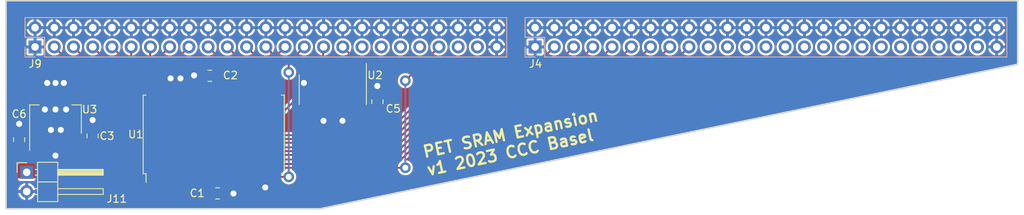
<source format=kicad_pcb>
(kicad_pcb (version 20221018) (generator pcbnew)

  (general
    (thickness 1.6)
  )

  (paper "A4")
  (title_block
    (title "CBM PET SRAM Expansion")
    (date "2023-10-13")
    (rev "1")
    (company "CCC Basel")
  )

  (layers
    (0 "F.Cu" signal)
    (31 "B.Cu" signal)
    (32 "B.Adhes" user "B.Adhesive")
    (33 "F.Adhes" user "F.Adhesive")
    (34 "B.Paste" user)
    (35 "F.Paste" user)
    (36 "B.SilkS" user "B.Silkscreen")
    (37 "F.SilkS" user "F.Silkscreen")
    (38 "B.Mask" user)
    (39 "F.Mask" user)
    (40 "Dwgs.User" user "User.Drawings")
    (41 "Cmts.User" user "User.Comments")
    (42 "Eco1.User" user "User.Eco1")
    (43 "Eco2.User" user "User.Eco2")
    (44 "Edge.Cuts" user)
    (45 "Margin" user)
    (46 "B.CrtYd" user "B.Courtyard")
    (47 "F.CrtYd" user "F.Courtyard")
    (48 "B.Fab" user)
    (49 "F.Fab" user)
    (50 "User.1" user)
    (51 "User.2" user)
    (52 "User.3" user)
    (53 "User.4" user)
    (54 "User.5" user)
    (55 "User.6" user)
    (56 "User.7" user)
    (57 "User.8" user)
    (58 "User.9" user)
  )

  (setup
    (stackup
      (layer "F.SilkS" (type "Top Silk Screen"))
      (layer "F.Paste" (type "Top Solder Paste"))
      (layer "F.Mask" (type "Top Solder Mask") (thickness 0.01))
      (layer "F.Cu" (type "copper") (thickness 0.035))
      (layer "dielectric 1" (type "core") (thickness 1.51) (material "FR4") (epsilon_r 4.5) (loss_tangent 0.02))
      (layer "B.Cu" (type "copper") (thickness 0.035))
      (layer "B.Mask" (type "Bottom Solder Mask") (thickness 0.01))
      (layer "B.Paste" (type "Bottom Solder Paste"))
      (layer "B.SilkS" (type "Bottom Silk Screen"))
      (copper_finish "None")
      (dielectric_constraints no)
    )
    (pad_to_mask_clearance 0)
    (pcbplotparams
      (layerselection 0x00010fc_ffffffff)
      (plot_on_all_layers_selection 0x0000000_00000000)
      (disableapertmacros false)
      (usegerberextensions false)
      (usegerberattributes true)
      (usegerberadvancedattributes true)
      (creategerberjobfile true)
      (dashed_line_dash_ratio 12.000000)
      (dashed_line_gap_ratio 3.000000)
      (svgprecision 4)
      (plotframeref false)
      (viasonmask false)
      (mode 1)
      (useauxorigin false)
      (hpglpennumber 1)
      (hpglpenspeed 20)
      (hpglpendiameter 15.000000)
      (dxfpolygonmode true)
      (dxfimperialunits true)
      (dxfusepcbnewfont true)
      (psnegative false)
      (psa4output false)
      (plotreference true)
      (plotvalue true)
      (plotinvisibletext false)
      (sketchpadsonfab false)
      (subtractmaskfromsilk false)
      (outputformat 1)
      (mirror false)
      (drillshape 1)
      (scaleselection 1)
      (outputdirectory "")
    )
  )

  (net 0 "")
  (net 1 "+5V")
  (net 2 "GND")
  (net 3 "/BD0")
  (net 4 "/BD1")
  (net 5 "/BD2")
  (net 6 "/BD3")
  (net 7 "/BD4")
  (net 8 "/BD5")
  (net 9 "/BD6")
  (net 10 "/BD7")
  (net 11 "/~{SEL2}")
  (net 12 "/~{SEL3}")
  (net 13 "/~{SEL4}")
  (net 14 "/~{SEL5}")
  (net 15 "/~{SEL6}")
  (net 16 "/~{SEL7}")
  (net 17 "/~{SEL8}")
  (net 18 "/~{SEL9}")
  (net 19 "/~{SELA}")
  (net 20 "/~{SELB}")
  (net 21 "/~{RESET}")
  (net 22 "/READY")
  (net 23 "/~{NMI}")
  (net 24 "/BA0")
  (net 25 "/BA1")
  (net 26 "unconnected-(U1-DQ8-Pad29)")
  (net 27 "unconnected-(U1-DQ9-Pad30)")
  (net 28 "unconnected-(U1-DQ10-Pad31)")
  (net 29 "unconnected-(U1-DQ11-Pad32)")
  (net 30 "unconnected-(U1-DQ12-Pad35)")
  (net 31 "unconnected-(U1-DQ13-Pad36)")
  (net 32 "unconnected-(U1-DQ14-Pad37)")
  (net 33 "unconnected-(U1-DQ15-Pad38)")
  (net 34 "/BA2")
  (net 35 "/BA3")
  (net 36 "/BA4")
  (net 37 "/BA5")
  (net 38 "/BA6")
  (net 39 "/BA7")
  (net 40 "/BA8")
  (net 41 "/BA9")
  (net 42 "/BA10")
  (net 43 "/BA11")
  (net 44 "/BA12")
  (net 45 "/BA13")
  (net 46 "/BA14")
  (net 47 "/BA15")
  (net 48 "/SYNC")
  (net 49 "/~{IRQ}")
  (net 50 "/CPHI2")
  (net 51 "/BR{slash}W")
  (net 52 "/~{BR{slash}W}")
  (net 53 "Net-(U2-Pad3)")
  (net 54 "unconnected-(U2-Pad8)")
  (net 55 "unconnected-(U2-Pad11)")
  (net 56 "unconnected-(J4-Pin_39-Pad39)")
  (net 57 "unconnected-(J9-Pin_39-Pad39)")
  (net 58 "/~{CE}")
  (net 59 "unconnected-(U1-NC-Pad28)")
  (net 60 "unconnected-(J4-Pin_41-Pad41)")
  (net 61 "unconnected-(J9-Pin_47-Pad47)")
  (net 62 "+9V")

  (footprint "Package_SO:SOIC-14_3.9x8.7mm_P1.27mm" (layer "F.Cu") (at 122.916 81.681 -90))

  (footprint "Capacitor_SMD:C_0805_2012Metric" (layer "F.Cu") (at 106.688 79.85))

  (footprint "Package_SO:TSOP-II-44_10.16x18.41mm_P0.8mm" (layer "F.Cu") (at 107.196 87.597 90))

  (footprint "Capacitor_SMD:C_0805_2012Metric" (layer "F.Cu") (at 91.2 87.8 -90))

  (footprint "Connector_PinHeader_2.54mm:PinHeader_1x02_P2.54mm_Horizontal" (layer "F.Cu") (at 82.5 92.6))

  (footprint "Capacitor_SMD:C_0805_2012Metric" (layer "F.Cu") (at 128.816 83.281 90))

  (footprint "Capacitor_SMD:C_0805_2012Metric" (layer "F.Cu") (at 81.5 88.3 -90))

  (footprint "Package_TO_SOT_SMD:SOT-223-3_TabPin2" (layer "F.Cu") (at 86.3 85.6 90))

  (footprint "Capacitor_SMD:C_0805_2012Metric" (layer "F.Cu") (at 107.7 95.381))

  (footprint "Connector_PinSocket_2.54mm:PinSocket_2x25_P2.54mm_Vertical" (layer "B.Cu") (at 83.6 76.04 -90))

  (footprint "Connector_PinSocket_2.54mm:PinSocket_2x25_P2.54mm_Vertical" (layer "B.Cu") (at 149.64 76.04 -90))

  (gr_poly
    (pts
      (xy 79.764 69.944)
      (xy 79.764 97.424)
      (xy 121.166 97.424)
      (xy 213.368 78.326)
      (xy 213.368 69.944)
    )

    (stroke (width 0.2) (type solid)) (fill none) (layer "Edge.Cuts") (tstamp 0dd3ab04-e666-4b66-af39-8505a82aff56))
  (gr_text "PET SRAM Expansion\nv1 2023 CCC Basel" (at 135.4 93.2 12) (layer "F.SilkS") (tstamp b8bf4f42-fff9-456d-9deb-5c596e5468c6)
    (effects (font (size 1.5 1.5) (thickness 0.3) bold) (justify left bottom))
  )

  (segment (start 121.646 85.746) (end 121.7 85.8) (width 0.25) (layer "F.Cu") (net 2) (tstamp 103ab5bb-d751-48f2-a429-dd08d49ce139))
  (segment (start 105.738 79.85) (end 104.65 79.85) (width 0.25) (layer "F.Cu") (net 2) (tstamp 151eadc4-d268-4613-8f7a-4593d5c3d19e))
  (segment (start 81.5 87.35) (end 81.5 86.2) (width 0.25) (layer "F.Cu") (net 2) (tstamp 154e229b-f375-44e2-abed-9d17a58bc9a7))
  (segment (start 86.3 82.45) (end 86.3 80.8) (width 0.25) (layer "F.Cu") (net 2) (tstamp 1d46bc21-af27-4554-af73-97755ff3cc1d))
  (segment (start 128.816 82.331) (end 128.816 81.216) (width 0.25) (layer "F.Cu") (net 2) (tstamp 28990797-8ec1-421f-b0f1-2aa0ab434035))
  (segment (start 119.1 79.212) (end 119.1 80.8) (width 0.25) (layer "F.Cu") (net 2) (tstamp 3434ac2e-235a-4afc-ae3d-790a53ac3e2f))
  (segment (start 119.106 79.206) (end 119.1 79.212) (width 0.25) (layer "F.Cu") (net 2) (tstamp 470e56c2-b867-47b3-b658-19b1713335a1))
  (segment (start 106.796 80.908) (end 105.738 79.85) (width 0.25) (layer "F.Cu") (net 2) (tstamp 5322286e-3fb8-48aa-87f3-37ffecf8f1c8))
  (segment (start 91.2 86.85) (end 91.2 85.7) (width 0.25) (layer "F.Cu") (net 2) (tstamp 56f0af58-9db4-4945-9d87-b4fddf8f124e))
  (segment (start 120.376 84.156) (end 121.646 84.156) (width 0.25) (layer "F.Cu") (net 2) (tstamp 607aed01-9db9-4d20-a2d1-b4d5bbe38152))
  (segment (start 107.596 94.327) (end 108.65 95.381) (width 0.25) (layer "F.Cu") (net 2) (tstamp 633f6438-8126-4b6e-b353-43978233c7e6))
  (segment (start 121.646 84.156) (end 121.646 85.746) (width 0.25) (layer "F.Cu") (net 2) (tstamp 667465b1-f68f-4183-85dc-d41467b817ee))
  (segment (start 124.186 84.156) (end 124.186 85.786) (width 0.25) (layer "F.Cu") (net 2) (tstamp 76e0c2f8-8e00-4ac5-ba4b-44446c8d228d))
  (segment (start 86.3 82.45) (end 87.4 81.35) (width 0.25) (layer "F.Cu") (net 2) (tstamp 77160174-c7ca-4c9e-b121-17da2a286292))
  (segment (start 87.4 81.35) (end 87.4 80.8) (width 0.25) (layer "F.Cu") (net 2) (tstamp 7b4852cf-69f2-4377-b732-83ea0046ca35))
  (segment (start 85.2 81.35) (end 85.2 80.8) (width 0.25) (layer "F.Cu") (net 2) (tstamp 80cc0b45-9cc9-4404-9099-38fcf639652e))
  (segment (start 101.196 82.0095) (end 101.196 80.504) (width 0.25) (layer "F.Cu") (net 2) (tstamp 80faf046-4c7e-4805-973b-5d61f8ee639e))
  (segment (start 102.796 80.204) (end 102.8 80.2) (width 0.25) (layer "F.Cu") (net 2) (tstamp 878b8ab9-1567-4509-b2e8-7d777027441c))
  (segment (start 104.65 79.85) (end 104.6 79.8) (width 0.25) (layer "F.Cu") (net 2) (tstamp 904439c8-c1bc-4662-b20e-2589e674f42f))
  (segment (start 102.796 82.0095) (end 102.796 80.204) (width 0.25) (layer "F.Cu") (net 2) (tstamp 9cec9218-eb5f-4eec-adda-bf95c09338c8))
  (segment (start 86.3 82.45) (end 85.2 81.35) (width 0.25) (layer "F.Cu") (net 2) (tstamp 9d35983e-af41-4ee0-ae25-342c1fe2931e))
  (segment (start 113.996 94.596) (end 114 94.6) (width 0.25) (layer "F.Cu") (net 2) (tstamp 9e036996-0ceb-4013-a2d1-cc0c806b0950))
  (segment (start 124.186 85.786) (end 124.2 85.8) (width 0.25) (layer "F.Cu") (net 2) (tstamp bf8a24fd-e76e-4a5f-9e8c-1c14c97612df))
  (segment (start 101.196 80.504) (end 101.5 80.2) (width 0.25) (layer "F.Cu") (net 2) (tstamp cd95cdbe-c9d0-49e5-81ba-256e4f9d4d53))
  (segment (start 86.3 88.75) (end 86.3 90.4) (width 0.25) (layer "F.Cu") (net 2) (tstamp d524be50-51dc-41aa-9bf9-f6c265b16beb))
  (segment (start 108.65 95.381) (end 109.781 95.381) (width 0.25) (layer "F.Cu") (net 2) (tstamp d69c36ab-1839-4a83-8e2c-975b7259ab0b))
  (segment (start 113.996 93.1845) (end 113.996 94.596) (width 0.25) (layer "F.Cu") (net 2) (tstamp dc6ad970-6104-4c35-ac06-d33c224e3790))
  (segment (start 125.456 84.156) (end 124.186 84.156) (width 0.25) (layer "F.Cu") (net 2) (tstamp dd8d0e43-03c2-41ac-81b4-6f300071f028))
  (segment (start 114.796 93.1845) (end 112.396 93.1845) (width 0.25) (layer "F.Cu") (net 2) (tstamp edbaeded-187a-409d-b018-2b4e43637739))
  (segment (start 128.816 81.216) (end 128.8 81.2) (width 0.25) (layer "F.Cu") (net 2) (tstamp f5c4f037-ed90-4e51-b97c-c749bb4abf74))
  (segment (start 109.781 95.381) (end 109.8 95.4) (width 0.25) (layer "F.Cu") (net 2) (tstamp f6e37c81-0cdb-4b8c-afd3-cb4418cd5bb5))
  (segment (start 107.596 93.1845) (end 107.596 94.327) (width 0.25) (layer "F.Cu") (net 2) (tstamp fde20f7c-b630-429d-90e8-2135506394b9))
  (segment (start 106.796 82.0095) (end 106.796 80.908) (width 0.25) (layer "F.Cu") (net 2) (tstamp fe13fa59-8ce3-4a69-8217-9dff7c558180))
  (via (at 114 94.6) (size 1.4) (drill 0.8) (layers "F.Cu" "B.Cu") (net 2) (tstamp 0a382146-8f62-4788-8326-0a50ff8b95f7))
  (via (at 104.6 79.8) (size 1.4) (drill 0.8) (layers "F.Cu" "B.Cu") (net 2) (tstamp 1e116c29-b0ce-4816-b08c-394cb06558d5))
  (via (at 87.7 84.3) (size 1.4) (drill 0.8) (layers "F.Cu" "B.Cu") (net 2) (tstamp 39f65fcf-4a35-480a-a602-c08727a1962a))
  (via (at 87 87) (size 1.4) (drill 0.8) (layers "F.Cu" "B.Cu") (net 2) (tstamp 3e29629e-694e-4873-a5c9-730d2ea43882))
  (via (at 81.5 86.2) (size 1.4) (drill 0.8) (layers "F.Cu" "B.Cu") (net 2) (tstamp 4fdc9c1f-64f4-4192-992f-945754d19ab4))
  (via (at 101.5 80.2) (size 1.4) (drill 0.8) (layers "F.Cu" "B.Cu") (net 2) (tstamp 55584c8c-ad88-40dc-8f4f-307668ab2f05))
  (via (at 121.7 85.8) (size 1.4) (drill 0.8) (layers "F.Cu" "B.Cu") (net 2) (tstamp 6474c8c9-ef32-402e-b61e-5349d7e9ce25))
  (via (at 124.2 85.8) (size 1.4) (drill 0.8) (layers "F.Cu" "B.Cu") (net 2) (tstamp 6ec393a2-95ee-49df-a2e5-baf58dafc5d5))
  (via (at 91.2 85.7) (size 1.4) (drill 0.8) (layers "F.Cu" "B.Cu") (net 2) (tstamp 7650f74e-4c35-4cbc-98b3-f1d094898c91))
  (via (at 119.1 80.8) (size 1.4) (drill 0.8) (layers "F.Cu" "B.Cu") (net 2) (tstamp 8ef458bb-f08c-4abe-aa75-c67200814052))
  (via (at 86.3 84.3) (size 1.4) (drill 0.8) (layers "F.Cu" "B.Cu") (net 2) (tstamp 93198451-24b4-4d31-b249-4a109084a83f))
  (via (at 128.8 81.2) (size 1.4) (drill 0.8) (layers "F.Cu" "B.Cu") (net 2) (tstamp a24604c4-1260-4fa8-a462-7bdafdcd6965))
  (via (at 85.2 80.8) (size 1.4) (drill 0.8) (layers "F.Cu" "B.Cu") (net 2) (tstamp a8a9be45-56e0-4be5-b975-0aa337efd57a))
  (via (at 87.4 80.8) (size 1.4) (drill 0.8) (layers "F.Cu" "B.Cu") (net 2) (tstamp af2cd541-b385-4275-ae6f-9953b95ee927))
  (via (at 84.9 84.3) (size 1.4) (drill 0.8) (layers "F.Cu" "B.Cu") (net 2) (tstamp c25dc161-cd35-4736-9016-085c0e23ea01))
  (via (at 85.7 87) (size 1.4) (drill 0.8) (layers "F.Cu" "B.Cu") (net 2) (tstamp e590ef02-3c25-4e75-8a32-c03d72708145))
  (via (at 86.3 90.4) (size 1.4) (drill 0.8) (layers "F.Cu" "B.Cu") (net 2) (tstamp eedf209f-13b7-475e-a6a2-1993784f9383))
  (via (at 109.8 95.4) (size 1.4) (drill 0.8) (layers "F.Cu" "B.Cu") (net 2) (tstamp ef78df86-90fb-4c3a-8de1-28f7b934db1b))
  (via (at 102.8 80.2) (size 1.4) (drill 0.8) (layers "F.Cu" "B.Cu") (net 2) (tstamp f35b98d1-2434-4d32-af25-a03dd146d780))
  (via (at 86.3 80.8) (size 1.4) (drill 0.8) (layers "F.Cu" "B.Cu") (net 2) (tstamp f818c983-86f0-457c-80d8-8d1c9b74c26e))
  (segment (start 103.596 91.404) (end 107.3 87.7) (width 0.25) (layer "F.Cu") (net 3) (tstamp 0330a097-a325-453a-855e-f1e4c0849778))
  (segment (start 107.3 87.7) (end 129.77 87.7) (width 0.25) (layer "F.Cu") (net 3) (tstamp 28840f71-16f1-4bce-93f3-63b908416081))
  (segment (start 103.596 93.1845) (end 103.596 91.404) (width 0.25) (layer "F.Cu") (net 3) (tstamp 3ac6421a-771d-4624-964e-df953fabb515))
  (segment (start 137.9 79.57) (end 147.2 79.57) (width 0.25) (layer "F.Cu") (net 3) (tstamp 46456bd9-1863-40b2-b38e-d14b3e5f02b3))
  (segment (start 148.65 79.57) (end 152.18 76.04) (width 0.25) (layer "F.Cu") (net 3) (tstamp 4e1e2547-078b-49ad-b6d8-a1a5919096a2))
  (segment (start 147.2 79.57) (end 148.65 79.57) (width 0.25) (layer "F.Cu") (net 3) (tstamp 6ee993cb-c0d2-417a-9b11-18ea3b7eb768))
  (segment (start 129.77 87.7) (end 137.9 79.57) (width 0.25) (layer "F.Cu") (net 3) (tstamp 8d4720e4-e762-40bb-8945-9906e92bd67f))
  (segment (start 107.5 88.2) (end 130.04 88.2) (width 0.25) (layer "F.Cu") (net 4) (tstamp 0a7e0de6-793b-4b6e-ad67-bd863626ace4))
  (segment (start 104.396 91.304) (end 107.5 88.2) (width 0.25) (layer "F.Cu") (net 4) (tstamp 19a80d29-2e19-412d-a44c-3f6a9ba26918))
  (segment (start 130.04 88.2) (end 138.1 80.14) (width 0.25) (layer "F.Cu") (net 4) (tstamp 307d7036-d179-436f-949b-0b5c13347159))
  (segment (start 104.396 93.1845) (end 104.396 91.304) (width 0.25) (layer "F.Cu") (net 4) (tstamp 8852be49-977f-4ced-a522-82b151766a30))
  (segment (start 138.1 80.14) (end 147.9 80.14) (width 0.25) (layer "F.Cu") (net 4) (tstamp 97bf5b84-893a-47a2-9b28-5d920dfe7b4e))
  (segment (start 150.62 80.14) (end 154.72 76.04) (width 0.25) (layer "F.Cu") (net 4) (tstamp b1ee0867-c906-497c-af71-f440c4858f37))
  (segment (start 147.9 80.14) (end 150.62 80.14) (width 0.25) (layer "F.Cu") (net 4) (tstamp dd93eeaf-96a4-4e47-a952-c4c0571a35fc))
  (segment (start 130.31 88.7) (end 138.3 80.71) (width 0.25) (layer "F.Cu") (net 5) (tstamp 004ce5b3-828e-4f41-a2b6-8c83725c76d1))
  (segment (start 151.1 80.71) (end 152.59 80.71) (width 0.25) (layer "F.Cu") (net 5) (tstamp 14bdaf8d-0314-453a-92a0-6f665d255fae))
  (segment (start 107.7 88.7) (end 130.31 88.7) (width 0.25) (layer "F.Cu") (net 5) (tstamp 51bb2609-3a8a-44c3-85e4-38201d1226f7))
  (segment (start 152.59 80.71) (end 157.26 76.04) (width 0.25) (layer "F.Cu") (net 5) (tstamp 89e85bbe-5319-43b5-9f02-d64586b9e2b7))
  (segment (start 105.196 93.1845) (end 105.196 91.204) (width 0.25) (layer "F.Cu") (net 5) (tstamp a6b17d19-724f-4c12-b80c-ef433bbed067))
  (segment (start 138.3 80.71) (end 151.1 80.71) (width 0.25) (layer "F.Cu") (net 5) (tstamp c5a4a630-2705-4cf6-abd1-e4a8cbd442c8))
  (segment (start 105.196 91.204) (end 107.7 88.7) (width 0.25) (layer "F.Cu") (net 5) (tstamp d51d17d5-17e4-4820-81ac-087e54ba54e5))
  (segment (start 105.996 91.2) (end 107.896 89.3) (width 0.25) (layer "F.Cu") (net 6) (tstamp 67f0063d-3256-4676-8aca-64fcd84a1678))
  (segment (start 107.896 89.3) (end 130.48 89.3) (width 0.25) (layer "F.Cu") (net 6) (tstamp 85ea6ac0-9f97-487d-8806-8e33f37d9996))
  (segment (start 105.996 93.1845) (end 105.996 91.2) (width 0.25) (layer "F.Cu") (net 6) (tstamp 87e460fe-039b-4d0c-ba7a-1e1667bc81de))
  (segment (start 130.48 89.3) (end 138.5 81.28) (width 0.25) (layer "F.Cu") (net 6) (tstamp a5c6d17f-7dbe-485b-bb3a-a9a0821048d3))
  (segment (start 138.5 81.28) (end 153.5 81.28) (width 0.25) (layer "F.Cu") (net 6) (tstamp ad1e00a7-806f-48e2-be82-5f34af6b58a3))
  (segment (start 154.56 81.28) (end 159.8 76.04) (width 0.25) (layer "F.Cu") (net 6) (tstamp c9759586-f014-4a70-bc0e-d820a9234bc3))
  (segment (start 153.5 81.28) (end 154.56 81.28) (width 0.25) (layer "F.Cu") (net 6) (tstamp ca834492-c1b8-4d32-b385-4570d6495add))
  (segment (start 110.897 89.8) (end 130.75 89.8) (width 0.25) (layer "F.Cu") (net 7) (tstamp 1d1b8e60-f8ab-43b9-afae-722986ce4eda))
  (segment (start 108.396 92.301) (end 110.897 89.8) (width 0.25) (layer "F.Cu") (net 7) (tstamp 6a5267ec-f736-45a3-8e4d-b27ae5e1007d))
  (segment (start 108.396 93.1845) (end 108.396 92.301) (width 0.25) (layer "F.Cu") (net 7) (tstamp 8fe8218c-3194-4b4e-a3a6-6fa3a3042d81))
  (segment (start 156.53 81.85) (end 162.34 76.04) (width 0.25) (layer "F.Cu") (net 7) (tstamp c82b5a26-4249-442b-be1b-40d014792d22))
  (segment (start 130.75 89.8) (end 138.7 81.85) (width 0.25) (layer "F.Cu") (net 7) (tstamp d946fd44-b314-4445-a122-b92e93d80c97))
  (segment (start 138.7 81.85) (end 154.7 81.85) (width 0.25) (layer "F.Cu") (net 7) (tstamp dab6e07d-d15d-49f2-a6b4-c383a6cbfdd2))
  (segment (start 154.7 81.85) (end 156.53 81.85) (width 0.25) (layer "F.Cu") (net 7) (tstamp f9d5240a-1106-4a61-b411-14042bb58607))
  (segment (start 156.8 82.42) (end 158.5 82.42) (width 0.25) (layer "F.Cu") (net 8) (tstamp 240f0c69-c8ea-42fe-a1c2-b47904e78199))
  (segment (start 111.197 90.3) (end 131.02 90.3) (width 0.25) (layer "F.Cu") (net 8) (tstamp 3f2e7633-4b6e-4b7a-b3f5-e0d4725279a0))
  (segment (start 131.02 90.3) (end 138.9 82.42) (width 0.25) (layer "F.Cu") (net 8) (tstamp 97a6033f-af68-43b3-ab84-82a6079792b6))
  (segment (start 138.9 82.42) (end 156.8 82.42) (width 0.25) (layer "F.Cu") (net 8) (tstamp a3a78a91-7b4b-4101-8b59-730f2b496fb5))
  (segment (start 158.5 82.42) (end 164.88 76.04) (width 0.25) (layer "F.Cu") (net 8) (tstamp d0a2207f-dec0-4b9c-b74b-a751a0d318f1))
  (segment (start 109.196 92.301) (end 111.197 90.3) (width 0.25) (layer "F.Cu") (net 8) (tstamp ef92697e-17cd-468f-b6ae-f4faf4f178b1))
  (segment (start 109.196 93.1845) (end 109.196 92.301) (width 0.25) (layer "F.Cu") (net 8) (tstamp fbf1e898-db2a-43b8-8b7a-4f647d79de25))
  (segment (start 160.47 82.99) (end 167.42 76.04) (width 0.25) (layer "F.Cu") (net 9) (tstamp 0d1acee2-f951-4990-abd0-d28489c85bab))
  (segment (start 158.5 82.99) (end 160.47 82.99) (width 0.25) (layer "F.Cu") (net 9) (tstamp 306163a0-6654-479d-aa30-b02dc97cc912))
  (segment (start 139.1 82.99) (end 158.5 82.99) (width 0.25) (layer "F.Cu") (net 9) (tstamp 4c1dac08-5463-437e-a127-587c44d18817))
  (segment (start 109.996 92.301) (end 111.397 90.9) (width 0.25) (layer "F.Cu") (net 9) (tstamp 5f75e736-4c41-44df-aa82-14b44090e30c))
  (segment (start 111.397 90.9) (end 131.19 90.9) (width 0.25) (layer "F.Cu") (net 9) (tstamp b1ba8879-a0d1-4f19-afbd-cb12c72434d4))
  (segment (start 109.996 93.1845) (end 109.996 92.301) (width 0.25) (layer "F.Cu") (net 9) (tstamp d318168a-6ca2-420e-b78e-86ee59c00e10))
  (segment (start 131.19 90.9) (end 139.1 82.99) (width 0.25) (layer "F.Cu") (net 9) (tstamp f2b5d17c-1bc1-4d3c-887e-808b5a641de5))
  (segment (start 110.796 92.301) (end 111.597 91.5) (width 0.25) (layer "F.Cu") (net 10) (tstamp 237ea60f-f4e6-4f71-8a7e-32f477e8bd3e))
  (segment (start 139.3 83.56) (end 159.7 83.56) (width 0.25) (layer "F.Cu") (net 10) (tstamp 40ecb744-c7a8-451e-b10c-ecbcaa2b7f9e))
  (segment (start 162.44 83.56) (end 169.96 76.04) (width 0.25) (layer "F.Cu") (net 10) (tstamp 4153de7a-989b-46f2-9271-2bad46e92edc))
  (segment (start 159.7 83.56) (end 162.44 83.56) (width 0.25) (layer "F.Cu") (net 10) (tstamp cc6d5030-2558-43fe-8e98-fb47062d76bb))
  (segment (start 131.36 91.5) (end 139.3 83.56) (width 0.25) (layer "F.Cu") (net 10) (tstamp de58bd36-d23f-410f-b825-fdb40f37a77f))
  (segment (start 111.597 91.5) (end 131.36 91.5) (width 0.25) (layer "F.Cu") (net 10) (tstamp e014b343-3bf7-468c-b94f-a42822614125))
  (segment (start 110.796 93.1845) (end 110.796 92.301) (width 0.25) (layer "F.Cu") (net 10) (tstamp e6e570c3-d441-4791-a1f5-e43fc2c5c01e))
  (segment (start 94 83.9) (end 86.14 76.04) (width 0.25) (layer "F.Cu") (net 24) (tstamp 2158f3aa-6b59-4bbd-bd81-a2f4ca15d7af))
  (segment (start 99.9 96) (end 97.4 96) (width 0.25) (layer "F.Cu") (net 24) (tstamp 93b542e5-b540-417a-81b8-38483b5b5c02))
  (segment (start 101.996 93.904) (end 99.9 96) (width 0.25) (layer "F.Cu") (net 24) (tstamp a14c1f3d-82ec-4bf2-a804-520dcdf56ded))
  (segment (start 101.996 93.1845) (end 101.996 93.904) (width 0.25) (layer "F.Cu") (net 24) (tstamp bd392822-0bb3-4054-a39e-3364d9b5c783))
  (segment (start 97.4 96) (end 94 92.6) (width 0.25) (layer "F.Cu") (net 24) (tstamp ee3f8cce-09f3-4620-8d8f-5f3304f26f88))
  (segment (start 94 92.6) (end 94 83.9) (width 0.25) (layer "F.Cu") (net 24) (tstamp f8de9e23-b9db-4844-9c77-d4d2e41c03d5))
  (segment (start 94.5 92.4) (end 94.5 81.86) (width 0.25) (layer "F.Cu") (net 25) (tstamp 937ed2d5-94b3-46f9-a49e-50859c5b6fd0))
  (segment (start 99.7 95.5) (end 97.6 95.5) (width 0.25) (layer "F.Cu") (net 25) (tstamp 9d27d0a1-0cf9-4258-8aa3-c3edf3884432))
  (segment (start 94.5 81.86) (end 88.68 76.04) (width 0.25) (layer "F.Cu") (net 25) (tstamp b86101ad-553e-4caf-88bf-7d5536783fff))
  (segment (start 101.196 94.004) (end 99.7 95.5) (width 0.25) (layer "F.Cu") (net 25) (tstamp bb43f4d9-b98a-4c5f-b99c-49fa12ea6192))
  (segment (start 101.196 93.1845) (end 101.196 94.004) (width 0.25) (layer "F.Cu") (net 25) (tstamp f168a2a8-1b89-4ada-addc-1cc429e76dd8))
  (segment (start 97.6 95.5) (end 94.5 92.4) (width 0.25) (layer "F.Cu") (net 25) (tstamp f4523f27-55b7-43f3-b57d-e2a4dd29aa91))
  (segment (start 97.9 95) (end 95.1 92.2) (width 0.25) (layer "F.Cu") (net 34) (tstamp 2096405e-faf5-47f3-af2d-905c620c2406))
  (segment (start 100.396 94.104) (end 99.5 95) (width 0.25) (layer "F.Cu") (net 34) (tstamp 395000c7-887a-4874-865f-1bd861bd4f91))
  (segment (start 100.396 93.1845) (end 100.396 94.104) (width 0.25) (layer "F.Cu") (net 34) (tstamp 40c9daf0-f921-4faa-9e7b-a178736c1408))
  (segment (start 99.5 95) (end 97.9 95) (width 0.25) (layer "F.Cu") (net 34) (tstamp 45d835cd-c2d8-4fe6-9e89-fab563983713))
  (segment (start 95.1 79.92) (end 91.22 76.04) (width 0.25) (layer "F.Cu") (net 34) (tstamp 55dc35e0-c452-42a3-97ac-f63ed1a7a2ef))
  (segment (start 95.1 92.2) (end 95.1 79.92) (width 0.25) (layer "F.Cu") (net 34) (tstamp f4978517-aecb-4892-b5b6-87115f24498a))
  (segment (start 95.7 92) (end 95.7 77.98) (width 0.25) (layer "F.Cu") (net 35) (tstamp 33f16896-c8ce-423b-996d-c3e76cba8150))
  (segment (start 99.596 94.104) (end 99.2 94.5) (width 0.25) (layer "F.Cu") (net 35) (tstamp 4b7c3cae-c07d-4a6d-9dc2-3cddb0d965d2))
  (segment (start 95.7 77.98) (end 93.76 76.04) (width 0.25) (layer "F.Cu") (net 35) (tstamp 572742ca-8bd6-488c-b1c5-ec719b45bdba))
  (segment (start 99.2 94.5) (end 98.2 94.5) (width 0.25) (layer "F.Cu") (net 35) (tstamp 6c88890f-8b40-4641-b5c3-ba76d54f2013))
  (segment (start 99.596 93.1845) (end 99.596 94.104) (width 0.25) (layer "F.Cu") (net 35) (tstamp b9568e92-6878-4611-be3a-eac6de761b11))
  (segment (start 98.2 94.5) (end 95.7 92) (width 0.25) (layer "F.Cu") (net 35) (tstamp f65ea9c8-3da4-4e37-a8c9-40c8d08bae66))
  (segment (start 96.3 91.7886) (end 97.6959 93.1845) (width 0.25) (layer "F.Cu") (net 36) (tstamp 0216bb6a-0385-479a-9a7a-50282f1cb172))
  (segment (start 97.6959 93.1845) (end 98.796 93.1845) (width 0.25) (layer "F.Cu") (net 36) (tstamp 3df4ffa7-b5a5-4772-bbe7-51d788f0acfe))
  (segment (start 96.3 76.04) (end 96.3 91.7886) (width 0.25) (layer "F.Cu") (net 36) (tstamp 5282b8c2-a763-4e81-a3e0-6fca4685a9e7))
  (segment (start 98.796 76.084) (end 98.84 76.04) (width 0.25) (layer "F.Cu") (net 37) (tstamp 53207e12-9343-49f4-930b-bb2b7df12dbb))
  (segment (start 98.796 82.0095) (end 98.796 76.084) (width 0.25) (layer "F.Cu") (net 37) (tstamp 7f75cb6d-44f0-442e-a3ae-2376b716be5a))
  (segment (start 99.596 77.824) (end 101.38 76.04) (width 0.25) (layer "F.Cu") (net 38) (tstamp 649a7ece-5375-4ecc-9f78-ea0716104b11))
  (segment (start 99.596 82.0095) (end 99.596 77.824) (width 0.25) (layer "F.Cu") (net 38) (tstamp c12c0dcf-e965-4551-a44b-0ed562e9530c))
  (segment (start 100.396 82.0095) (end 100.396 79.564) (width 0.25) (layer "F.Cu") (net 39) (tstamp 26b9adec-8108-4e7c-b07e-791182c70f29))
  (segment (start 100.396 79.564) (end 103.92 76.04) (width 0.25) (layer "F.Cu") (net 39) (tstamp 88cd78fa-9fa7-4ccc-967f-9ed1040f407b))
  (segment (start 107.9075 77.4875) (end 106.46 76.04) (width 0.25) (layer "F.Cu") (net 40) (tstamp 73276e4f-527c-4faf-8611-65907a9efd4a))
  (segment (start 112.396 82.0095) (end 112.396 80.986) (width 0.25) (layer "F.Cu") (net 40) (tstamp 8b5c0527-1242-4ada-9981-6247682b07d2))
  (segment (start 112.396 80.986) (end 108.8975 77.4875) (width 0.25) (layer "F.Cu") (net 40) (tstamp 8efed8c9-724a-4f57-8f4a-2741ab69b535))
  (segment (start 108.8975 77.4875) (end 107.9075 77.4875) (width 0.25) (layer "F.Cu") (net 40) (tstamp a050e418-0c91-47c6-8b9d-e56fa75c94cc))
  (segment (start 113.196 82.0095) (end 113.196 80.236) (width 0.25) (layer "F.Cu") (net 41) (tstamp d67f705f-f534-482d-8580-135a0d98e5d0))
  (segment (start 113.196 80.236) (end 109 76.04) (width 0.25) (layer "F.Cu") (net 41) (tstamp fca5fcec-f030-47e9-a5ec-46f8ff01d8d9))
  (segment (start 113.996 78.496) (end 111.54 76.04) (width 0.25) (layer "F.Cu") (net 42) (tstamp 07ba3c6b-bec3-4a5b-a612-267df0f6d1f9))
  (segment (start 113.996 82.0095) (end 113.996 78.496) (width 0.25) (layer "F.Cu") (net 42) (tstamp d2062e01-7fa1-4911-8717-c1e7d8aa3758))
  (segment (start 114.796 82.0095) (end 114.796 76.756) (width 0.25) (layer "F.Cu") (net 43) (tstamp 472eb010-a0e0-48ae-8aac-83805967bd7e))
  (segment (start 114.796 76.756) (end 114.08 76.04) (width 0.25) (layer "F.Cu") (net 43) (tstamp b8ef2ac9-29fe-44e8-8d0d-ce41caaf5fe6))
  (segment (start 115.596 77.064) (end 116.62 76.04) (width 0.25) (layer "F.Cu") (net 44) (tstamp 28347a68-1185-4082-a09c-43244a2c6f56))
  (segment (start 115.596 82.0095) (end 115.596 77.064) (width 0.25) (layer "F.Cu") (net 44) (tstamp 9a172182-6cd8-4460-b12f-c554c984db6f))
  (segment (start 115.6115 93.2) (end 117.1 93.2) (width 0.25) (layer "F.Cu") (net 45) (tstamp 10dd8dcb-5837-47cb-a6d0-b5d867e437c2))
  (segment (start 115.596 93.1845) (end 115.6115 93.2) (width 0.25) (layer "F.Cu") (net 45) (tstamp a551bddd-9b38-403a-9678-8f4e911551ae))
  (segment (start 119.16 76.04) (end 117.1 78.1) (width 0.25) (layer "F.Cu") (net 45) (tstamp c69c7942-4df1-4fa9-80d7-75ea8dcc51ec))
  (segment (start 117.1 78.1) (end 117.1 79.4) (width 0.25) (layer "F.Cu") (net 45) (tstamp f2cdb999-0f9f-429f-b230-cbde7c23a26f))
  (via (at 117.1 93.2) (size 1.4) (drill 0.8) (layers "F.Cu" "B.Cu") (net 45) (tstamp c45010ca-3029-4917-a66a-987f01d8bda0))
  (via (at 117.1 79.4) (size 1.4) (drill 0.8) (layers "F.Cu" "B.Cu") (net 45) (tstamp dde5873b-8d1a-403f-a001-82adb189d019))
  (segment (start 117.1 80.7) (end 117.1 79.4) (width 0.25) (layer "B.Cu") (net 45) (tstamp 6baa9c8f-5082-4071-abd2-2eb72b20402d))
  (segment (start 117.1 93.2) (end 117.1 80.7) (width 0.25) (layer "B.Cu") (net 45) (tstamp d1a782e4-eb3f-4fee-b3ec-f53a867ca612))
  (segment (start 121.646 79.206) (end 121.646 76.094) (width 0.25) (layer "F.Cu") (net 46) (tstamp 511c6955-04ed-4b36-b33b-5186801f2e77))
  (segment (start 121.646 76.094) (end 121.7 76.04) (width 0.25) (layer "F.Cu") (net 46) (tstamp e35b22d3-4413-4b3e-8380-3ff4d7654e0b))
  (segment (start 125.456 77.256) (end 124.24 76.04) (width 0.25) (layer "F.Cu") (net 47) (tstamp 21ff8525-6e2d-4d2f-9b39-48527ec15f2b))
  (segment (start 126.726 79.206) (end 125.456 79.206) (width 0.25) (layer "F.Cu") (net 47) (tstamp ad5c9e23-9a70-489e-80ac-bcd3b33cf1b6))
  (segment (start 125.456 79.206) (end 125.456 77.256) (width 0.25) (layer "F.Cu") (net 47) (tstamp cf76cd5e-2616-4ca5-b67f-8891486353b3))
  (segment (start 111.7 92.2) (end 111.9 92) (width 0.25) (layer "F.Cu") (net 51) (tstamp 067fe0a8-0c57-491e-95ea-1714b950ddd7))
  (segment (start 111.596 93.1845) (end 111.596 92.304) (width 0.25) (layer "F.Cu") (net 51) (tstamp 26e42cd9-a700-499d-aeaa-2d13e1e3448d))
  (segment (start 111.9 92) (end 132.5 92) (width 0.25) (layer "F.Cu") (net 51) (tstamp 524447cc-eb7b-4eb4-a84c-3b2ba116b002))
  (segment (start 132.5 80.48) (end 132.5 80.5) (width 0.25) (layer "F.Cu") (net 51) (tstamp b0aeecfa-1cc1-42d0-ad6f-1ff4164ccc66))
  (segment (start 136.94 76.04) (end 132.5 80.48) (width 0.25) (layer "F.Cu") (net 51) (tstamp d64ec4ac-5b47-4418-9732-a4e2ffed0872))
  (segment (start 111.596 92.304) (end 111.7 92.2) (width 0.25) (layer "F.Cu") (net 51) (tstamp f171b12e-c5a1-4097-a611-bef2fe80e6c3))
  (via (at 132.5 92) (size 1.4) (drill 0.8) (layers "F.Cu" "B.Cu") (net 51) (tstamp 07cc194b-e1af-4428-bcea-da0acebd8f11))
  (via (at 132.5 80.5) (size 1.4) (drill 0.8) (layers "F.Cu" "B.Cu") (net 51) (tstamp b2cf2951-926c-4460-bc60-a440f6bbaa33))
  (segment (start 132.5 92) (end 132.5 80.5) (width 0.25) (layer "B.Cu") (net 51) (tstamp 3dded97a-6217-470a-8255-02a3dbf909a4))
  (segment (start 124.186 79.206) (end 122.916 79.206) (width 0.25) (layer "F.Cu") (net 53) (tstamp 8a5a02a7-0262-4bb3-877d-e844e90b7daf))
  (segment (start 102.796 93.1845) (end 102.796 91.504) (width 0.25) (layer "F.Cu") (net 58) (tstamp 04b88630-bda6-43fc-aa83-7148e19107c3))
  (segment (start 120.376 79.206) (end 120.376 82.024) (width 0.25) (layer "F.Cu") (net 58) (tstamp 27682b71-6ce6-48fe-a030-6ae568d5a40f))
  (segment (start 107.1 87.2) (end 113.797 87.2) (width 0.25) (layer "F.Cu") (net 58) (tstamp 2b35a5b7-ab45-4bec-83a3-fe91cfff6706))
  (segment (start 120.376 82.024) (end 119.6515 82.7485) (width 0.25) (layer "F.Cu") (net 58) (tstamp 2f91518f-14ab-4c5f-b1b6-e1077b5b2622))
  (segment (start 113.797 87.2) (end 118.2485 82.7485) (width 0.25) (layer "F.Cu") (net 58) (tstamp 3431970c-ebd0-4f7e-979c-61110950b65d))
  (segment (start 102.796 91.504) (end 107.1 87.2) (width 0.25) (layer "F.Cu") (net 58) (tstamp 888c887a-bcee-4e2b-a088-5278509f5c8b))
  (segment (start 119.6515 82.7485) (end 118.2485 82.7485) (width 0.25) (layer "F.Cu") (net 58) (tstamp 9387e7f9-05ec-4cbd-9ec4-a84289a8827a))

  (zone (net 1) (net_name "+5V") (layer "F.Cu") (tstamp 28ff3e11-f060-4459-a227-48c70b8cedca) (hatch edge 0.5)
    (connect_pads (clearance 0.3))
    (min_thickness 0.2) (filled_areas_thickness no)
    (fill yes (thermal_gap 0.4) (thermal_bridge_width 0.4))
    (polygon
      (pts
        (xy 79.764 97.424)
        (xy 213.368 97.424)
        (xy 213.368 69.944)
        (xy 79.764 69.944)
      )
    )
    (filled_polygon
      (layer "F.Cu")
      (pts
        (xy 213.326691 69.963407)
        (xy 213.362655 70.012907)
        (xy 213.3675 70.0435)
        (xy 213.3675 78.244996)
        (xy 213.348593 78.303187)
        (xy 213.299093 78.339151)
        (xy 213.28858 78.341938)
        (xy 129.077649 95.784732)
        (xy 126.06032 96.409718)
        (xy 121.175883 97.421442)
        (xy 121.155803 97.4235)
        (xy 79.8635 97.4235)
        (xy 79.805309 97.404593)
        (xy 79.769345 97.355093)
        (xy 79.7645 97.3245)
        (xy 79.7645 95.14)
        (xy 81.344571 95.14)
        (xy 81.364244 95.35231)
        (xy 81.422595 95.557389)
        (xy 81.517634 95.748255)
        (xy 81.646128 95.918407)
        (xy 81.690096 95.958489)
        (xy 81.803692 96.062047)
        (xy 81.803699 96.062053)
        (xy 81.882569 96.110887)
        (xy 81.984981 96.174298)
        (xy 82.183802 96.251321)
        (xy 82.39339 96.2905)
        (xy 82.60661 96.2905)
        (xy 82.816198 96.251321)
        (xy 83.015019 96.174298)
        (xy 83.196302 96.062052)
        (xy 83.353872 95.918407)
        (xy 83.482366 95.748255)
        (xy 83.577405 95.557389)
        (xy 83.635756 95.35231)
        (xy 83.655429 95.14)
        (xy 83.635756 94.92769)
        (xy 83.577405 94.722611)
        (xy 83.482366 94.531745)
        (xy 83.353872 94.361593)
        (xy 83.289607 94.303007)
        (xy 83.196307 94.217952)
        (xy 83.1963 94.217946)
        (xy 83.015024 94.105705)
        (xy 83.015019 94.105702)
        (xy 82.816198 94.028679)
        (xy 82.816197 94.028678)
        (xy 82.816195 94.028678)
        (xy 82.60661 93.9895)
        (xy 82.39339 93.9895)
        (xy 82.183804 94.028678)
        (xy 81.98498 94.105702)
        (xy 81.984975 94.105705)
        (xy 81.803699 94.217946)
        (xy 81.803692 94.217952)
        (xy 81.646135 94.361586)
        (xy 81.646131 94.361589)
        (xy 81.646128 94.361593)
        (xy 81.646125 94.361597)
        (xy 81.517635 94.531743)
        (xy 81.51763 94.531752)
        (xy 81.422596 94.722608)
        (xy 81.364244 94.927688)
        (xy 81.358958 94.984732)
        (xy 81.344571 95.14)
        (xy 79.7645 95.14)
        (xy 79.7645 89.543106)
        (xy 80.4745 89.543106)
        (xy 80.485123 89.631564)
        (xy 80.487597 89.637837)
        (xy 80.4945 89.674157)
        (xy 80.4945 93.301)
        (xy 80.498261 93.348785)
        (xy 80.498261 93.348787)
        (xy 80.503104 93.379371)
        (xy 80.503104 93.37937)
        (xy 80.509512 93.409752)
        (xy 80.509514 93.409757)
        (xy 80.557689 93.511158)
        (xy 80.557695 93.511168)
        (xy 80.587488 93.552175)
        (xy 80.593655 93.560662)
        (xy 80.636876 93.606348)
        (xy 80.647824 93.61792)
        (xy 80.746401 93.671639)
        (xy 80.746403 93.67164)
        (xy 80.804596 93.690548)
        (xy 80.804593 93.690548)
        (xy 80.898997 93.7055)
        (xy 80.899 93.7055)
        (xy 81.463811 93.7055)
        (xy 81.503798 93.713935)
        (xy 81.519043 93.720666)
        (xy 81.580009 93.747585)
        (xy 81.605135 93.7505)
        (xy 83.394864 93.750499)
        (xy 83.419991 93.747585)
        (xy 83.496201 93.713934)
        (xy 83.536189 93.7055)
        (xy 84.700996 93.7055)
        (xy 84.701 93.7055)
        (xy 84.748786 93.701739)
        (xy 84.748787 93.701739)
        (xy 84.779371 93.696896)
        (xy 84.77937 93.696896)
        (xy 84.785268 93.695651)
        (xy 84.809754 93.690487)
        (xy 84.911162 93.642309)
        (xy 84.960662 93.606345)
        (xy 85.017919 93.552177)
        (xy 85.071641 93.453594)
        (xy 85.090548 93.395403)
        (xy 85.093087 93.379371)
        (xy 85.1055 93.301003)
        (xy 85.1055 90.494631)
        (xy 85.124407 90.43644)
        (xy 85.173907 90.400476)
        (xy 85.235093 90.400476)
        (xy 85.284593 90.43644)
        (xy 85.303023 90.484928)
        (xy 85.313974 90.596126)
        (xy 85.313975 90.596129)
        (xy 85.371187 90.78473)
        (xy 85.371188 90.784732)
        (xy 85.402706 90.843697)
        (xy 85.46409 90.958538)
        (xy 85.464092 90.95854)
        (xy 85.464093 90.958542)
        (xy 85.589112 91.110878)
        (xy 85.589121 91.110887)
        (xy 85.653953 91.164093)
        (xy 85.741462 91.23591)
        (xy 85.915273 91.328814)
        (xy 86.103868 91.386024)
        (xy 86.10387 91.386024)
        (xy 86.103873 91.386025)
        (xy 86.299997 91.405341)
        (xy 86.3 91.405341)
        (xy 86.300003 91.405341)
        (xy 86.496126 91.386025)
        (xy 86.496127 91.386024)
        (xy 86.496132 91.386024)
        (xy 86.684727 91.328814)
        (xy 86.858538 91.23591)
        (xy 87.010883 91.110883)
        (xy 87.13591 90.958538)
        (xy 87.228814 90.784727)
        (xy 87.286024 90.596132)
        (xy 87.296977 90.484928)
        (xy 87.305818 90.395161)
        (xy 87.308296 90.395405)
        (xy 87.324248 90.346309)
        (xy 87.373748 90.310345)
        (xy 87.404341 90.3055)
        (xy 87.483844 90.3055)
        (xy 87.483845 90.3055)
        (xy 87.491607 90.305303)
        (xy 87.505529 90.304594)
        (xy 87.613406 90.278959)
        (xy 87.669378 90.254245)
        (xy 87.736771 90.213373)
        (xy 87.761785 90.184356)
        (xy 87.814099 90.152629)
        (xy 87.836767 90.149999)
        (xy 88.399999 90.149999)
        (xy 88.4 90.149998)
        (xy 88.8 90.149998)
        (xy 88.800001 90.149999)
        (xy 89.381483 90.149999)
        (xy 89.381485 90.149998)
        (xy 89.475141 90.135166)
        (xy 89.475151 90.135163)
        (xy 89.588043 90.077641)
        (xy 89.677641 89.988043)
        (xy 89.735163 89.875151)
        (xy 89.735164 89.875147)
        (xy 89.75 89.781484)
        (xy 89.75 89.065638)
        (xy 90.075 89.065638)
        (xy 90.077899 89.102489)
        (xy 90.123719 89.2602)
        (xy 90.123719 89.260201)
        (xy 90.207314 89.401552)
        (xy 90.323447 89.517685)
        (xy 90.464799 89.60128)
        (xy 90.62251 89.6471)
        (xy 90.659362 89.65)
        (xy 90.999999 89.65)
        (xy 91 89.649999)
        (xy 91.4 89.649999)
        (xy 91.400001 89.65)
        (xy 91.740638 89.65)
        (xy 91.777489 89.6471)
        (xy 91.9352 89.60128)
        (xy 91.935201 89.60128)
        (xy 92.076552 89.517685)
        (xy 92.192685 89.401552)
        (xy 92.27628 89.260201)
        (xy 92.27628 89.2602)
        (xy 92.3221 89.102489)
        (xy 92.325 89.065638)
        (xy 92.325 88.950001)
        (xy 92.324999 88.95)
        (xy 91.400001 88.95)
        (xy 91.4 88.950001)
        (xy 91.4 89.649999)
        (xy 91 89.649999)
        (xy 91 88.950001)
        (xy 90.999999 88.95)
        (xy 90.075001 88.95)
        (xy 90.075 88.950001)
        (xy 90.075 89.065638)
        (xy 89.75 89.065638)
        (xy 89.75 88.950001)
        (xy 89.749999 88.95)
        (xy 88.800001 88.95)
        (xy 88.8 88.950001)
        (xy 88.8 90.149998)
        (xy 88.4 90.149998)
        (xy 88.4 88.649)
        (xy 88.418907 88.590809)
        (xy 88.468407 88.554845)
        (xy 88.499 88.55)
        (xy 89.749998 88.55)
        (xy 89.749999 88.549999)
        (xy 90.075 88.549999)
        (xy 90.075001 88.55)
        (xy 90.999999 88.55)
        (xy 91 88.549999)
        (xy 91.4 88.549999)
        (xy 91.400001 88.55)
        (xy 92.324999 88.55)
        (xy 92.325 88.549999)
        (xy 92.325 88.434362)
        (xy 92.3221 88.39751)
        (xy 92.27628 88.239799)
        (xy 92.27628 88.239798)
        (xy 92.192685 88.098447)
        (xy 92.076552 87.982314)
        (xy 91.9352 87.898719)
        (xy 91.777489 87.852899)
        (xy 91.740638 87.85)
        (xy 91.400001 87.85)
        (xy 91.4 87.850001)
        (xy 91.4 88.549999)
        (xy 91 88.549999)
        (xy 91 87.850001)
        (xy 90.999999 87.85)
        (xy 90.659362 87.85)
        (xy 90.62251 87.852899)
        (xy 90.464799 87.898719)
        (xy 90.464798 87.898719)
        (xy 90.323447 87.982314)
        (xy 90.207314 88.098447)
        (xy 90.123719 88.239798)
        (xy 90.123719 88.239799)
        (xy 90.077899 88.39751)
        (xy 90.075 88.434362)
        (xy 90.075 88.549999)
        (xy 89.749999 88.549999)
        (xy 89.749999 87.718516)
        (xy 89.749998 87.718514)
        (xy 89.735166 87.624858)
        (xy 89.735163 87.624848)
        (xy 89.677641 87.511956)
        (xy 89.588043 87.422358)
        (xy 89.475151 87.364836)
        (xy 89.475147 87.364835)
        (xy 89.381484 87.35)
        (xy 88.9045 87.35)
        (xy 88.846309 87.331093)
        (xy 88.810345 87.281593)
        (xy 88.8055 87.251)
        (xy 88.8055 87.143106)
        (xy 90.1745 87.143106)
        (xy 90.185123 87.231565)
        (xy 90.240637 87.372339)
        (xy 90.240638 87.372341)
        (xy 90.240639 87.372342)
        (xy 90.332078 87.492922)
        (xy 90.452658 87.584361)
        (xy 90.452659 87.584361)
        (xy 90.45266 87.584362)
        (xy 90.496568 87.601677)
        (xy 90.593436 87.639877)
        (xy 90.681898 87.6505)
        (xy 90.6819 87.6505)
        (xy 91.7181 87.6505)
        (xy 91.718102 87.6505)
        (xy 91.806564 87.639877)
        (xy 91.947342 87.584361)
        (xy 92.067922 87.492922)
        (xy 92.159361 87.372342)
        (xy 92.214877 87.231564)
        (xy 92.2255 87.143102)
        (xy 92.2255 86.556898)
        (xy 92.214877 86.468436)
        (xy 92.159361 86.327658)
        (xy 92.103606 86.254134)
        (xy 92.083512 86.196346)
        (xy 92.09518 86.147649)
        (xy 92.128814 86.084727)
        (xy 92.186024 85.896132)
        (xy 92.193989 85.815269)
        (xy 92.205341 85.700003)
        (xy 92.205341 85.699996)
        (xy 92.186025 85.503873)
        (xy 92.186024 85.50387)
        (xy 92.186024 85.503868)
        (xy 92.128814 85.315273)
        (xy 92.12233 85.303143)
        (xy 92.088348 85.239567)
        (xy 92.03591 85.141462)
        (xy 92.012095 85.112443)
        (xy 91.910887 84.989121)
        (xy 91.910878 84.989112)
        (xy 91.758542 84.864093)
        (xy 91.75854 84.864092)
        (xy 91.758538 84.86409)
        (xy 91.717618 84.842218)
        (xy 91.584732 84.771188)
        (xy 91.58473 84.771187)
        (xy 91.396129 84.713975)
        (xy 91.396126 84.713974)
        (xy 91.200003 84.694659)
        (xy 91.199997 84.694659)
        (xy 91.003873 84.713974)
        (xy 91.00387 84.713975)
        (xy 90.815269 84.771187)
        (xy 90.815267 84.771188)
        (xy 90.641467 84.864087)
        (xy 90.641457 84.864093)
        (xy 90.489121 84.989112)
        (xy 90.489112 84.989121)
        (xy 90.364093 85.141457)
        (xy 90.364087 85.141467)
        (xy 90.271188 85.315267)
        (xy 90.271187 85.315269)
        (xy 90.213975 85.50387)
        (xy 90.213974 85.503873)
        (xy 90.194659 85.699996)
        (xy 90.194659 85.700003)
        (xy 90.213974 85.896126)
        (xy 90.213975 85.896129)
        (xy 90.271187 86.08473)
        (xy 90.271188 86.084732)
        (xy 90.304818 86.147649)
        (xy 90.315574 86.207881)
        (xy 90.296392 86.254136)
        (xy 90.24064 86.327656)
        (xy 90.240637 86.32766)
        (xy 90.185123 86.468434)
        (xy 90.1745 86.556893)
        (xy 90.1745 87.143106)
        (xy 88.8055 87.143106)
        (xy 88.8055 81.299004)
        (xy 88.805499 81.298996)
        (xy 88.801739 81.251214)
        (xy 88.801739 81.251213)
        (xy 88.796896 81.220629)
        (xy 88.796896 81.22063)
        (xy 88.792544 81.2)
        (xy 88.790487 81.190246)
        (xy 88.742309 81.088838)
        (xy 88.71604 81.052682)
        (xy 88.706348 81.039342)
        (xy 88.706347 81.039341)
        (xy 88.706345 81.039338)
        (xy 88.652177 80.982081)
        (xy 88.652176 80.98208)
        (xy 88.652175 80.982079)
        (xy 88.553598 80.92836)
        (xy 88.553596 80.928359)
        (xy 88.495403 80.909451)
        (xy 88.495401 80.90945)
        (xy 88.488289 80.908324)
        (xy 88.433774 80.880544)
        (xy 88.405999 80.826026)
        (xy 88.405377 80.804863)
        (xy 88.405341 80.804863)
        (xy 88.405341 80.803623)
        (xy 88.405259 80.800832)
        (xy 88.405341 80.8)
        (xy 88.405341 80.799995)
        (xy 88.386025 80.603873)
        (xy 88.386024 80.60387)
        (xy 88.386024 80.603868)
        (xy 88.328814 80.415273)
        (xy 88.23591 80.241462)
        (xy 88.206224 80.20529)
        (xy 88.110887 80.089121)
        (xy 88.110878 80.089112)
        (xy 87.958542 79.964093)
        (xy 87.95854 79.964092)
        (xy 87.958538 79.96409)
        (xy 87.903331 79.934581)
        (xy 87.784732 79.871188)
        (xy 87.78473 79.871187)
        (xy 87.596129 79.813975)
        (xy 87.596126 79.813974)
        (xy 87.400003 79.794659)
        (xy 87.399997 79.794659)
        (xy 87.203873 79.813974)
        (xy 87.20387 79.813975)
        (xy 87.015269 79.871187)
        (xy 87.015267 79.871188)
        (xy 86.896668 79.934581)
        (xy 86.836436 79.945337)
        (xy 86.803332 79.934581)
        (xy 86.684732 79.871188)
        (xy 86.68473 79.871187)
        (xy 86.496129 79.813975)
        (xy 86.496126 79.813974)
        (xy 86.300003 79.794659)
        (xy 86.299997 79.794659)
        (xy 86.103873 79.813974)
        (xy 86.10387 79.813975)
        (xy 85.915269 79.871187)
        (xy 85.915267 79.871188)
        (xy 85.796668 79.934581)
        (xy 85.736436 79.945337)
        (xy 85.703332 79.934581)
        (xy 85.584732 79.871188)
        (xy 85.58473 79.871187)
        (xy 85.396129 79.813975)
        (xy 85.396126 79.813974)
        (xy 85.200003 79.794659)
        (xy 85.199997 79.794659)
        (xy 85.003873 79.813974)
        (xy 85.00387 79.813975)
        (xy 84.815269 79.871187)
        (xy 84.815267 79.871188)
        (xy 84.641467 79.964087)
        (xy 84.641457 79.964093)
        (xy 84.489121 80.089112)
        (xy 84.489112 80.089121)
        (xy 84.364093 80.241457)
        (xy 84.364087 80.241467)
        (xy 84.271188 80.415267)
        (xy 84.271187 80.415269)
        (xy 84.213975 80.60387)
        (xy 84.213974 80.603873)
        (xy 84.194659 80.799995)
        (xy 84.194659 80.804863)
        (xy 84.192785 80.804863)
        (xy 84.181277 80.857233)
        (xy 84.135527 80.897861)
        (xy 84.116318 80.904013)
        (xy 84.090245 80.909513)
        (xy 84.090242 80.909514)
        (xy 83.988841 80.957689)
        (xy 83.988831 80.957695)
        (xy 83.939342 80.993651)
        (xy 83.882079 81.047824)
        (xy 83.82836 81.146401)
        (xy 83.828359 81.146403)
        (xy 83.809451 81.204595)
        (xy 83.7945 81.298996)
        (xy 83.7945 87.2955)
        (xy 83.775593 87.353691)
        (xy 83.726093 87.389655)
        (xy 83.6955 87.3945)
        (xy 82.6245 87.3945)
        (xy 82.566309 87.375593)
        (xy 82.530345 87.326093)
        (xy 82.5255 87.2955)
        (xy 82.5255 87.056899)
        (xy 82.525499 87.056893)
        (xy 82.514877 86.968436)
        (xy 82.464076 86.839615)
        (xy 82.459362 86.82766)
        (xy 82.459361 86.827659)
        (xy 82.459361 86.827658)
        (xy 82.403606 86.754134)
        (xy 82.383512 86.696346)
        (xy 82.39518 86.647649)
        (xy 82.428814 86.584727)
        (xy 82.486024 86.396132)
        (xy 82.489727 86.358542)
        (xy 82.505341 86.200003)
        (xy 82.505341 86.199996)
        (xy 82.486025 86.003873)
        (xy 82.486024 86.00387)
        (xy 82.486024 86.003868)
        (xy 82.428814 85.815273)
        (xy 82.42065 85.8)
        (xy 82.406942 85.774353)
        (xy 82.33591 85.641462)
        (xy 82.335906 85.641457)
        (xy 82.210887 85.489121)
        (xy 82.210878 85.489112)
        (xy 82.058542 85.364093)
        (xy 82.05854 85.364092)
        (xy 82.058538 85.36409)
        (xy 81.967208 85.315273)
        (xy 81.884732 85.271188)
        (xy 81.88473 85.271187)
        (xy 81.696129 85.213975)
        (xy 81.696126 85.213974)
        (xy 81.500003 85.194659)
        (xy 81.499997 85.194659)
        (xy 81.303873 85.213974)
        (xy 81.30387 85.213975)
        (xy 81.115269 85.271187)
        (xy 81.115267 85.271188)
        (xy 80.941467 85.364087)
        (xy 80.941457 85.364093)
        (xy 80.789121 85.489112)
        (xy 80.789112 85.489121)
        (xy 80.664093 85.641457)
        (xy 80.664087 85.641467)
        (xy 80.571188 85.815267)
        (xy 80.571187 85.815269)
        (xy 80.513975 86.00387)
        (xy 80.513974 86.003873)
        (xy 80.494659 86.199996)
        (xy 80.494659 86.200003)
        (xy 80.513974 86.396126)
        (xy 80.513975 86.396129)
        (xy 80.571187 86.58473)
        (xy 80.571188 86.584732)
        (xy 80.604818 86.647649)
        (xy 80.615574 86.707881)
        (xy 80.596392 86.754136)
        (xy 80.54064 86.827656)
        (xy 80.540637 86.82766)
        (xy 80.485123 86.968434)
        (xy 80.4745 87.056893)
        (xy 80.4745 87.643106)
        (xy 80.485123 87.731565)
        (xy 80.540639 87.872342)
        (xy 80.563097 87.901958)
        (xy 80.583192 87.95975)
        (xy 80.571143 88.009149)
        (xy 80.52836 88.087657)
        (xy 80.528359 88.087659)
        (xy 80.509451 88.145851)
        (xy 80.4945 88.240252)
        (xy 80.4945 88.825842)
        (xy 80.487599 88.862157)
        (xy 80.485123 88.868435)
        (xy 80.4745 88.956893)
        (xy 80.4745 89.543106)
        (xy 79.7645 89.543106)
        (xy 79.7645 76.93486)
        (xy 82.4495 76.93486)
        (xy 82.449501 76.934863)
        (xy 82.452414 76.95999)
        (xy 82.453325 76.962053)
        (xy 82.497794 77.062765)
        (xy 82.577235 77.142206)
        (xy 82.680009 77.187585)
        (xy 82.705135 77.1905)
        (xy 84.494864 77.190499)
        (xy 84.519991 77.187585)
        (xy 84.622765 77.142206)
        (xy 84.702206 77.062765)
        (xy 84.747585 76.959991)
        (xy 84.7505 76.934865)
        (xy 84.750499 76.04)
        (xy 84.984571 76.04)
        (xy 85.004244 76.252311)
        (xy 85.004247 76.25232)
        (xy 85.062595 76.457389)
        (xy 85.157634 76.648255)
        (xy 85.286128 76.818407)
        (xy 85.286135 76.818413)
        (xy 85.443692 76.962047)
        (xy 85.443699 76.962053)
        (xy 85.509474 77.002779)
        (xy 85.624981 77.074298)
        (xy 85.823802 77.151321)
        (xy 86.03339 77.1905)
        (xy 86.24661 77.1905)
        (xy 86.456198 77.151321)
        (xy 86.535425 77.120627)
        (xy 86.596515 77.117238)
        (xy 86.641191 77.142939)
        (xy 93.545504 84.047252)
        (xy 93.573281 84.101769)
        (xy 93.5745 84.117256)
        (xy 93.5745 92.532607)
        (xy 93.5745 92.667393)
        (xy 93.582569 92.692225)
        (xy 93.586195 92.707329)
        (xy 93.590281 92.733126)
        (xy 93.590281 92.733127)
        (xy 93.602135 92.756391)
        (xy 93.608079 92.770741)
        (xy 93.61615 92.795579)
        (xy 93.616151 92.795581)
        (xy 93.631497 92.816702)
        (xy 93.639615 92.82995)
        (xy 93.65147 92.853218)
        (xy 93.651471 92.85322)
        (xy 97.051471 96.25322)
        (xy 97.127063 96.328811)
        (xy 97.14678 96.348528)
        (xy 97.170052 96.360385)
        (xy 97.183291 96.368498)
        (xy 97.204419 96.383849)
        (xy 97.229259 96.391919)
        (xy 97.243597 96.397858)
        (xy 97.266874 96.409719)
        (xy 97.292666 96.413803)
        (xy 97.307775 96.417431)
        (xy 97.332607 96.4255)
        (xy 99.967394 96.4255)
        (xy 99.976875 96.422418)
        (xy 99.992222 96.417431)
        (xy 100.007328 96.413803)
        (xy 100.033126 96.409719)
        (xy 100.056405 96.397856)
        (xy 100.070738 96.39192)
        (xy 100.095581 96.383849)
        (xy 100.116707 96.368498)
        (xy 100.12995 96.360383)
        (xy 100.15322 96.348528)
        (xy 100.248528 96.25322)
        (xy 100.58011 95.921638)
        (xy 105.85 95.921638)
        (xy 105.852899 95.958489)
        (xy 105.898719 96.1162)
        (xy 105.898719 96.116201)
        (xy 105.982314 96.257552)
        (xy 106.098447 96.373685)
        (xy 106.239799 96.45728)
        (xy 106.39751 96.5031)
        (xy 106.434362 96.506)
        (xy 106.549999 96.506)
        (xy 106.55 96.505999)
        (xy 106.95 96.505999)
        (xy 106.950001 96.506)
        (xy 107.065638 96.506)
        (xy 107.102489 96.5031)
        (xy 107.2602 96.45728)
        (xy 107.260201 96.45728)
        (xy 107.401552 96.373685)
        (xy 107.517685 96.257552)
        (xy 107.60128 96.116201)
        (xy 107.60128 96.1162)
        (xy 107.6471 95.958489)
        (xy 107.65 95.921638)
        (xy 107.65 95.581001)
        (xy 107.649999 95.581)
        (xy 106.950001 95.581)
        (xy 106.95 95.581001)
        (xy 106.95 96.505999)
        (xy 106.55 96.505999)
        (xy 106.55 95.581001)
        (xy 106.549999 95.581)
        (xy 105.850001 95.581)
        (xy 105.85 95.581001)
        (xy 105.85 95.921638)
        (xy 100.58011 95.921638)
        (xy 102.263209 94.238537)
        (xy 102.300511 94.215099)
        (xy 102.340475 94.201116)
        (xy 102.340478 94.201113)
        (xy 102.34048 94.201113)
        (xy 102.347038 94.197648)
        (xy 102.348208 94.199863)
        (xy 102.395239 94.184182)
        (xy 102.443935 94.199591)
        (xy 102.444962 94.197648)
        (xy 102.451523 94.201115)
        (xy 102.451524 94.201115)
        (xy 102.451525 94.201116)
        (xy 102.576151 94.244725)
        (xy 102.603441 94.247284)
        (xy 102.605733 94.247499)
        (xy 102.605738 94.2475)
        (xy 102.605744 94.2475)
        (xy 102.986262 94.2475)
        (xy 102.986265 94.247499)
        (xy 103.015849 94.244725)
        (xy 103.140475 94.201116)
        (xy 103.140477 94.201114)
        (xy 103.147038 94.197648)
        (xy 103.148208 94.199863)
        (xy 103.195239 94.184182)
        (xy 103.243935 94.199591)
        (xy 103.244962 94.197648)
        (xy 103.251523 94.201115)
        (xy 103.251524 94.201115)
        (xy 103.251525 94.201116)
        (xy 103.376151 94.244725)
        (xy 103.403441 94.247284)
        (xy 103.405733 94.247499)
        (xy 103.405738 94.2475)
        (xy 103.405744 94.2475)
        (xy 103.786262 94.2475)
        (xy 103.786265 94.247499)
        (xy 103.815849 94.244725)
        (xy 103.940475 94.201116)
        (xy 103.940477 94.201114)
        (xy 103.947038 94.197648)
        (xy 103.948208 94.199863)
        (xy 103.995239 94.184182)
        (xy 104.043935 94.199591)
        (xy 104.044962 94.197648)
        (xy 104.051523 94.201115)
        (xy 104.051524 94.201115)
        (xy 104.051525 94.201116)
        (xy 104.176151 94.244725)
        (xy 104.203441 94.247284)
        (xy 104.205733 94.247499)
        (xy 104.205738 94.2475)
        (xy 104.205744 94.2475)
        (xy 104.586262 94.2475)
        (xy 104.586265 94.247499)
        (xy 104.615849 94.244725)
        (xy 104.740475 94.201116)
        (xy 104.740477 94.201114)
        (xy 104.747038 94.197648)
        (xy 104.748208 94.199863)
        (xy 104.795239 94.184182)
        (xy 104.843935 94.199591)
        (xy 104.844962 94.197648)
        (xy 104.851523 94.201115)
        (xy 104.851524 94.201115)
        (xy 104.851525 94.201116)
        (xy 104.976151 94.244725)
        (xy 105.003441 94.247284)
        (xy 105.005733 94.247499)
        (xy 105.005738 94.2475)
        (xy 105.005744 94.2475)
        (xy 105.386262 94.2475)
        (xy 105.386265 94.247499)
        (xy 105.415849 94.244725)
        (xy 105.540475 94.201116)
        (xy 105.540477 94.201114)
        (xy 105.547038 94.197648)
        (xy 105.548208 94.199863)
        (xy 105.595239 94.184182)
        (xy 105.643935 94.199591)
        (xy 105.644962 94.197648)
        (xy 105.651523 94.201115)
        (xy 105.651524 94.201115)
        (xy 105.651525 94.201116)
        (xy 105.776151 94.244725)
        (xy 105.803441 94.247284)
        (xy 105.805733 94.247499)
        (xy 105.805738 94.2475)
        (xy 106.000254 94.2475)
        (xy 106.058445 94.266407)
        (xy 106.094409 94.315907)
        (xy 106.094409 94.377093)
        (xy 106.070258 94.416504)
        (xy 105.982314 94.504447)
        (xy 105.898719 94.645798)
        (xy 105.898719 94.645799)
        (xy 105.852899 94.80351)
        (xy 105.85 94.840362)
        (xy 105.85 95.180999)
        (xy 105.850001 95.181)
        (xy 106.549999 95.181)
        (xy 106.55 95.180999)
        (xy 106.55 94.303007)
        (xy 106.568907 94.244816)
        (xy 106.578996 94.233003)
        (xy 106.596 94.215999)
        (xy 106.596 92.024451)
        (xy 106.595999 92.024451)
        (xy 106.532304 92.032101)
        (xy 106.472274 92.020267)
        (xy 106.430665 91.975408)
        (xy 106.4215 91.933807)
        (xy 106.4215 91.417256)
        (xy 106.440407 91.359065)
        (xy 106.450496 91.347252)
        (xy 108.043252 89.754496)
        (xy 108.097769 89.726719)
        (xy 108.113256 89.7255)
        (xy 110.130745 89.7255)
        (xy 110.188936 89.744407)
        (xy 110.2249 89.793907)
        (xy 110.2249 89.855093)
        (xy 110.200749 89.894503)
        (xy 108.653794 91.441457)
        (xy 108.14278 91.952471)
        (xy 108.047472 92.047778)
        (xy 108.04747 92.047782)
        (xy 108.035614 92.07105)
        (xy 108.0275 92.084291)
        (xy 108.007572 92.111721)
        (xy 108.005788 92.110425)
        (xy 107.970292 92.145918)
        (xy 107.90986 92.155486)
        (xy 107.892653 92.15115)
        (xy 107.815852 92.124276)
        (xy 107.815851 92.124275)
        (xy 107.815849 92.124275)
        (xy 107.815847 92.124274)
        (xy 107.815844 92.124274)
        (xy 107.786266 92.1215)
        (xy 107.786256 92.1215)
        (xy 107.405744 92.1215)
        (xy 107.405733 92.1215)
        (xy 107.376155 92.124274)
        (xy 107.376151 92.124275)
        (xy 107.339396 92.137136)
        (xy 107.278226 92.138508)
        (xy 107.24688 92.122575)
        (xy 107.199412 92.086579)
        (xy 107.199408 92.086576)
        (xy 107.061959 92.032373)
        (xy 106.996 92.024452)
        (xy 106.996 94.299993)
        (xy 106.977093 94.358184)
        (xy 106.967004 94.369997)
        (xy 106.95 94.387001)
        (xy 106.95 95.180999)
        (xy 106.950001 95.181)
        (xy 107.649999 95.181)
        (xy 107.678996 95.152003)
        (xy 107.681446 95.154453)
        (xy 107.718407 95.1276)
        (xy 107.779593 95.1276)
        (xy 107.819004 95.151751)
        (xy 107.820504 95.153251)
        (xy 107.848281 95.207768)
        (xy 107.8495 95.223255)
        (xy 107.8495 95.899106)
        (xy 107.860123 95.987565)
        (xy 107.915637 96.128339)
        (xy 107.915638 96.128341)
        (xy 107.915639 96.128342)
        (xy 108.007078 96.248922)
        (xy 108.127658 96.340361)
        (xy 108.127659 96.340361)
        (xy 108.12766 96.340362)
        (xy 108.148365 96.348527)
        (xy 108.268436 96.395877)
        (xy 108.356898 96.4065)
        (xy 108.3569 96.4065)
        (xy 108.9431 96.4065)
        (xy 108.943102 96.4065)
        (xy 109.031564 96.395877)
        (xy 109.172342 96.340361)
        (xy 109.231167 96.295751)
        (xy 109.288955 96.275656)
        (xy 109.337652 96.287324)
        (xy 109.415273 96.328814)
        (xy 109.531005 96.363921)
        (xy 109.603867 96.386024)
        (xy 109.603873 96.386025)
        (xy 109.799997 96.405341)
        (xy 109.8 96.405341)
        (xy 109.800003 96.405341)
        (xy 109.996126 96.386025)
        (xy 109.996127 96.386024)
        (xy 109.996132 96.386024)
        (xy 110.184727 96.328814)
        (xy 110.358538 96.23591)
        (xy 110.510883 96.110883)
        (xy 110.63591 95.958538)
        (xy 110.728814 95.784727)
        (xy 110.786024 95.596132)
        (xy 110.78702 95.586025)
        (xy 110.805341 95.400003)
        (xy 110.805341 95.399996)
        (xy 110.786025 95.203873)
        (xy 110.786024 95.20387)
        (xy 110.786024 95.203868)
        (xy 110.728814 95.015273)
        (xy 110.712489 94.984732)
        (xy 110.681999 94.927688)
        (xy 110.63591 94.841462)
        (xy 110.635007 94.840362)
        (xy 110.510887 94.689121)
        (xy 110.510878 94.689112)
        (xy 110.358542 94.564093)
        (xy 110.35854 94.564092)
        (xy 110.358538 94.56409)
        (xy 110.298021 94.531743)
        (xy 110.184732 94.471188)
        (xy 110.18473 94.471187)
        (xy 110.148267 94.460126)
        (xy 110.085997 94.441236)
        (xy 110.035802 94.406252)
        (xy 110.015756 94.348443)
        (xy 110.033517 94.289893)
        (xy 110.082302 94.252964)
        (xy 110.114737 94.2475)
        (xy 110.186262 94.2475)
        (xy 110.186265 94.247499)
        (xy 110.215849 94.244725)
        (xy 110.340475 94.201116)
        (xy 110.340477 94.201114)
        (xy 110.347038 94.197648)
        (xy 110.348208 94.199863)
        (xy 110.395239 94.184182)
        (xy 110.443935 94.199591)
        (xy 110.444962 94.197648)
        (xy 110.451523 94.201115)
        (xy 110.451524 94.201115)
        (xy 110.451525 94.201116)
        (xy 110.576151 94.244725)
        (xy 110.603441 94.247284)
        (xy 110.605733 94.247499)
        (xy 110.605738 94.2475)
        (xy 110.605744 94.2475)
        (xy 110.986262 94.2475)
        (xy 110.986265 94.247499)
        (xy 111.015849 94.244725)
        (xy 111.140475 94.201116)
        (xy 111.140477 94.201114)
        (xy 111.147038 94.197648)
        (xy 111.148208 94.199863)
        (xy 111.195239 94.184182)
        (xy 111.243935 94.199591)
        (xy 111.244962 94.197648)
        (xy 111.251523 94.201115)
        (xy 111.251524 94.201115)
        (xy 111.251525 94.201116)
        (xy 111.376151 94.244725)
        (xy 111.403441 94.247284)
        (xy 111.405733 94.247499)
        (xy 111.405738 94.2475)
        (xy 111.405744 94.2475)
        (xy 111.786262 94.2475)
        (xy 111.786265 94.247499)
        (xy 111.815849 94.244725)
        (xy 111.940475 94.201116)
        (xy 111.940477 94.201114)
        (xy 111.947038 94.197648)
        (xy 111.948208 94.199863)
        (xy 111.995239 94.184182)
        (xy 112.043935 94.199591)
        (xy 112.044962 94.197648)
        (xy 112.051523 94.201115)
        (xy 112.051524 94.201115)
        (xy 112.051525 94.201116)
        (xy 112.176151 94.244725)
        (xy 112.203441 94.247284)
        (xy 112.205733 94.247499)
        (xy 112.205738 94.2475)
        (xy 112.205744 94.2475)
        (xy 112.586262 94.2475)
        (xy 112.586265 94.247499)
        (xy 112.615849 94.244725)
        (xy 112.740475 94.201116)
        (xy 112.740477 94.201114)
        (xy 112.747038 94.197648)
        (xy 112.748208 94.199863)
        (xy 112.795239 94.184182)
        (xy 112.843935 94.199591)
        (xy 112.844962 94.197648)
        (xy 112.851523 94.201115)
        (xy 112.851524 94.201115)
        (xy 112.851525 94.201116)
        (xy 112.891483 94.215098)
        (xy 112.964396 94.240612)
        (xy 113.013076 94.277677)
        (xy 113.030673 94.336278)
        (xy 113.026435 94.362793)
        (xy 113.013976 94.403864)
        (xy 113.013974 94.403873)
        (xy 112.994659 94.599996)
        (xy 112.994659 94.600003)
        (xy 113.013974 94.796126)
        (xy 113.013975 94.796129)
        (xy 113.071187 94.98473)
        (xy 113.071188 94.984732)
        (xy 113.087511 95.015269)
        (xy 113.16409 95.158538)
        (xy 113.164092 95.15854)
        (xy 113.164093 95.158542)
        (xy 113.289112 95.310878)
        (xy 113.289121 95.310887)
        (xy 113.397709 95.400003)
        (xy 113.441462 95.43591)
        (xy 113.615273 95.528814)
        (xy 113.803868 95.586024)
        (xy 113.80387 95.586024)
        (xy 113.803873 95.586025)
        (xy 113.999997 95.605341)
        (xy 114 95.605341)
        (xy 114.000003 95.605341)
        (xy 114.196126 95.586025)
        (xy 114.196127 95.586024)
        (xy 114.196132 95.586024)
        (xy 114.384727 95.528814)
        (xy 114.558538 95.43591)
        (xy 114.710883 95.310883)
        (xy 114.83591 95.158538)
        (xy 114.928814 94.984727)
        (xy 114.986024 94.796132)
        (xy 114.993266 94.722608)
        (xy 115.005341 94.600003)
        (xy 115.005341 94.599996)
        (xy 114.986025 94.403874)
        (xy 114.986024 94.403872)
        (xy 114.986024 94.403868)
        (xy 114.972796 94.360261)
        (xy 114.973997 94.299091)
        (xy 115.010925 94.250306)
        (xy 115.034832 94.238082)
        (xy 115.140475 94.201116)
        (xy 115.140477 94.201114)
        (xy 115.147038 94.197648)
        (xy 115.148208 94.199863)
        (xy 115.195239 94.184182)
        (xy 115.243935 94.199591)
        (xy 115.244962 94.197648)
        (xy 115.251523 94.201115)
        (xy 115.251524 94.201115)
        (xy 115.251525 94.201116)
        (xy 115.376151 94.244725)
        (xy 115.403441 94.247284)
        (xy 115.405733 94.247499)
        (xy 115.405738 94.2475)
        (xy 115.405744 94.2475)
        (xy 115.786262 94.2475)
        (xy 115.786265 94.247499)
        (xy 115.815849 94.244725)
        (xy 115.940475 94.201116)
        (xy 116.046711 94.122711)
        (xy 116.125116 94.016475)
        (xy 116.162065 93.910883)
        (xy 116.170715 93.886163)
        (xy 116.172613 93.886827)
        (xy 116.199031 93.841631)
        (xy 116.255059 93.817044)
        (xy 116.314838 93.830086)
        (xy 116.341408 93.852751)
        (xy 116.389112 93.910878)
        (xy 116.389121 93.910887)
        (xy 116.53265 94.028678)
        (xy 116.541462 94.03591)
        (xy 116.672034 94.105702)
        (xy 116.70386 94.122714)
        (xy 116.715273 94.128814)
        (xy 116.903868 94.186024)
        (xy 116.90387 94.186024)
        (xy 116.903873 94.186025)
        (xy 117.099997 94.205341)
        (xy 117.1 94.205341)
        (xy 117.100003 94.205341)
        (xy 117.296126 94.186025)
        (xy 117.296127 94.186024)
        (xy 117.296132 94.186024)
        (xy 117.484727 94.128814)
        (xy 117.658538 94.03591)
        (xy 117.810883 93.910883)
        (xy 117.93591 93.758538)
        (xy 118.028814 93.584727)
        (xy 118.086024 93.396132)
        (xy 118.090688 93.348785)
        (xy 118.105341 93.200003)
        (xy 118.105341 93.199996)
        (xy 118.086025 93.003873)
        (xy 118.086024 93.00387)
        (xy 118.086024 93.003868)
        (xy 118.028814 92.815273)
        (xy 118.018288 92.795581)
        (xy 117.983237 92.730004)
        (xy 117.93591 92.641462)
        (xy 117.935906 92.641457)
        (xy 117.891465 92.587305)
        (xy 117.869165 92.530328)
        (xy 117.884614 92.471125)
        (xy 117.931911 92.43231)
        (xy 117.967993 92.4255)
        (xy 131.533642 92.4255)
        (xy 131.591833 92.444407)
        (xy 131.620951 92.477831)
        (xy 131.626984 92.489117)
        (xy 131.664085 92.55853)
        (xy 131.664088 92.558535)
        (xy 131.66409 92.558538)
        (xy 131.687699 92.587305)
        (xy 131.789112 92.710878)
        (xy 131.789121 92.710887)
        (xy 131.916311 92.815269)
        (xy 131.941462 92.83591)
        (xy 132.115273 92.928814)
        (xy 132.303868 92.986024)
        (xy 132.30387 92.986024)
        (xy 132.303873 92.986025)
        (xy 132.499997 93.005341)
        (xy 132.5 93.005341)
        (xy 132.500003 93.005341)
        (xy 132.696126 92.986025)
        (xy 132.696127 92.986024)
        (xy 132.696132 92.986024)
        (xy 132.884727 92.928814)
        (xy 133.058538 92.83591)
        (xy 133.210883 92.710883)
        (xy 133.33591 92.558538)
        (xy 133.428814 92.384727)
        (xy 133.486024 92.196132)
        (xy 133.487139 92.184817)
        (xy 133.505341 92.000003)
        (xy 133.505341 91.999996)
        (xy 133.486025 91.803873)
        (xy 133.486024 91.80387)
        (xy 133.486024 91.803868)
        (xy 133.428814 91.615273)
        (xy 133.33591 91.441462)
        (xy 133.277978 91.370872)
        (xy 133.210887 91.289121)
        (xy 133.210878 91.289112)
        (xy 133.058542 91.164093)
        (xy 133.05854 91.164092)
        (xy 133.058538 91.16409)
        (xy 133.017618 91.142218)
        (xy 132.884732 91.071188)
        (xy 132.88473 91.071187)
        (xy 132.696129 91.013975)
        (xy 132.696126 91.013974)
        (xy 132.678351 91.012224)
        (xy 132.622293 90.987705)
        (xy 132.591354 90.934918)
        (xy 132.597351 90.874027)
        (xy 132.61805 90.843697)
        (xy 136.016845 87.444903)
        (xy 139.447252 84.014496)
        (xy 139.501769 83.986719)
        (xy 139.517256 83.9855)
        (xy 162.507394 83.9855)
        (xy 162.516875 83.982418)
        (xy 162.532222 83.977431)
        (xy 162.547328 83.973803)
        (xy 162.573126 83.969719)
        (xy 162.596405 83.957856)
        (xy 162.610738 83.95192)
        (xy 162.635581 83.943849)
        (xy 162.656707 83.928498)
        (xy 162.66995 83.920383)
        (xy 162.69322 83.908528)
        (xy 162.788528 83.81322)
        (xy 169.458809 77.142937)
        (xy 169.513324 77.115162)
        (xy 169.564573 77.120628)
        (xy 169.623092 77.143298)
        (xy 169.643802 77.151321)
        (xy 169.85339 77.1905)
        (xy 170.06661 77.1905)
        (xy 170.276198 77.151321)
        (xy 170.475019 77.074298)
        (xy 170.656302 76.962052)
        (xy 170.813872 76.818407)
        (xy 170.942366 76.648255)
        (xy 171.037405 76.457389)
        (xy 171.095756 76.25231)
        (xy 171.115429 76.04)
        (xy 171.344571 76.04)
        (xy 171.364244 76.252311)
        (xy 171.364247 76.25232)
        (xy 171.422595 76.457389)
        (xy 171.517634 76.648255)
        (xy 171.646128 76.818407)
        (xy 171.646135 76.818413)
        (xy 171.803692 76.962047)
        (xy 171.803699 76.962053)
        (xy 171.869474 77.002779)
        (xy 171.984981 77.074298)
        (xy 172.183802 77.151321)
        (xy 172.39339 77.1905)
        (xy 172.60661 77.1905)
        (xy 172.816198 77.151321)
        (xy 173.015019 77.074298)
        (xy 173.196302 76.962052)
        (xy 173.353872 76.818407)
        (xy 173.482366 76.648255)
        (xy 173.577405 76.457389)
        (xy 173.635756 76.25231)
        (xy 173.655429 76.04)
        (xy 173.884571 76.04)
        (xy 173.904244 76.252311)
        (xy 173.904247 76.25232)
        (xy 173.962595 76.457389)
        (xy 174.057634 76.648255)
        (xy 174.186128 76.818407)
        (xy 174.186135 76.818413)
        (xy 174.343692 76.962047)
        (xy 174.343699 76.962053)
        (xy 174.409474 77.002779)
        (xy 174.524981 77.074298)
        (xy 174.723802 77.151321)
        (xy 174.93339 77.1905)
        (xy 175.14661 77.1905)
        (xy 175.356198 77.151321)
        (xy 175.555019 77.074298)
        (xy 175.736302 76.962052)
        (xy 175.893872 76.818407)
        (xy 176.022366 76.648255)
        (xy 176.117405 76.457389)
        (xy 176.175756 76.25231)
        (xy 176.195429 76.04)
        (xy 176.424571 76.04)
        (xy 176.444244 76.252311)
        (xy 176.444247 76.25232)
        (xy 176.502595 76.457389)
        (xy 176.597634 76.648255)
        (xy 176.726128 76.818407)
        (xy 176.726135 76.818413)
        (xy 176.883692 76.962047)
        (xy 176.883699 76.962053)
        (xy 176.949474 77.002779)
        (xy 177.064981 77.074298)
        (xy 177.263802 77.151321)
        (xy 177.47339 77.1905)
        (xy 177.68661 77.1905)
        (xy 177.896198 77.151321)
        (xy 178.095019 77.074298)
        (xy 178.276302 76.962052)
        (xy 178.433872 76.818407)
        (xy 178.562366 76.648255)
        (xy 178.657405 76.457389)
        (xy 178.715756 76.25231)
        (xy 178.735429 76.04)
        (xy 178.964571 76.04)
        (xy 178.984244 76.252311)
        (xy 178.984247 76.25232)
        (xy 179.042595 76.457389)
        (xy 179.137634 76.648255)
        (xy 179.266128 76.818407)
        (xy 179.266135 76.818413)
        (xy 179.423692 76.962047)
        (xy 179.423699 76.962053)
        (xy 179.489474 77.002779)
        (xy 179.604981 77.074298)
        (xy 179.803802 77.151321)
        (xy 180.01339 77.1905)
        (xy 180.22661 77.1905)
        (xy 180.436198 77.151321)
        (xy 180.635019 77.074298)
        (xy 180.816302 76.962052)
        (xy 180.973872 76.818407)
        (xy 181.102366 76.648255)
        (xy 181.197405 76.457389)
        (xy 181.255756 76.25231)
        (xy 181.275429 76.04)
        (xy 181.504571 76.04)
        (xy 181.524244 76.252311)
        (xy 181.524247 76.25232)
        (xy 181.582595 76.457389)
        (xy 181.677634 76.648255)
        (xy 181.806128 76.818407)
        (xy 181.806135 76.818413)
        (xy 181.963692 76.962047)
        (xy 181.963699 76.962053)
        (xy 182.029474 77.002779)
        (xy 182.144981 77.074298)
        (xy 182.343802 77.151321)
        (xy 182.55339 77.1905)
        (xy 182.76661 77.1905)
        (xy 182.976198 77.151321)
        (xy 183.175019 77.074298)
        (xy 183.356302 76.962052)
        (xy 183.513872 76.818407)
        (xy 183.642366 76.648255)
        (xy 183.737405 76.457389)
        (xy 183.795756 76.25231)
        (xy 183.815429 76.04)
        (xy 184.044571 76.04)
        (xy 184.064244 76.252311)
        (xy 184.064247 76.25232)
        (xy 184.122595 76.457389)
        (xy 184.217634 76.648255)
        (xy 184.346128 76.818407)
        (xy 184.346135 76.818413)
        (xy 184.503692 76.962047)
        (xy 184.503699 76.962053)
        (xy 184.569474 77.002779)
        (xy 184.684981 77.074298)
        (xy 184.883802 77.151321)
        (xy 185.09339 77.1905)
        (xy 185.30661 77.1905)
        (xy 185.516198 77.151321)
        (xy 185.715019 77.074298)
        (xy 185.896302 76.962052)
        (xy 186.053872 76.818407)
        (xy 186.182366 76.648255)
        (xy 186.277405 76.457389)
        (xy 186.335756 76.25231)
        (xy 186.355429 76.04)
        (xy 186.584571 76.04)
        (xy 186.604244 76.252311)
        (xy 186.604247 76.25232)
        (xy 186.662595 76.457389)
        (xy 186.757634 76.648255)
        (xy 186.886128 76.818407)
        (xy 186.886135 76.818413)
        (xy 187.043692 76.962047)
        (xy 187.043699 76.962053)
        (xy 187.109474 77.002779)
        (xy 187.224981 77.074298)
        (xy 187.423802 77.151321)
        (xy 187.63339 77.1905)
        (xy 187.84661 77.1905)
        (xy 188.056198 77.151321)
        (xy 188.255019 77.074298)
        (xy 188.436302 76.962052)
        (xy 188.593872 76.818407)
        (xy 188.722366 76.648255)
        (xy 188.817405 76.457389)
        (xy 188.875756 76.25231)
        (xy 188.895429 76.04)
        (xy 189.124571 76.04)
        (xy 189.144244 76.252311)
        (xy 189.144247 76.25232)
        (xy 189.202595 76.457389)
        (xy 189.297634 76.648255)
        (xy 189.426128 76.818407)
        (xy 189.426135 76.818413)
        (xy 189.583692 76.962047)
        (xy 189.583699 76.962053)
        (xy 189.649474 77.002779)
        (xy 189.764981 77.074298)
        (xy 189.963802 77.151321)
        (xy 190.17339 77.1905)
        (xy 190.38661 77.1905)
        (xy 190.596198 77.151321)
        (xy 190.795019 77.074298)
        (xy 190.976302 76.962052)
        (xy 191.133872 76.818407)
        (xy 191.262366 76.648255)
        (xy 191.357405 76.457389)
        (xy 191.415756 76.25231)
        (xy 191.435429 76.04)
        (xy 191.664571 76.04)
        (xy 191.684244 76.252311)
        (xy 191.684247 76.25232)
        (xy 191.742595 76.457389)
        (xy 191.837634 76.648255)
        (xy 191.966128 76.818407)
        (xy 191.966135 76.818413)
        (xy 192.123692 76.962047)
        (xy 192.123699 76.962053)
        (xy 192.189474 77.002779)
        (xy 192.304981 77.074298)
        (xy 192.503802 77.151321)
        (xy 192.71339 77.1905)
        (xy 192.92661 77.1905)
        (xy 193.136198 77.151321)
        (xy 193.335019 77.074298)
        (xy 193.516302 76.962052)
        (xy 193.673872 76.818407)
        (xy 193.802366 76.648255)
        (xy 193.897405 76.457389)
        (xy 193.955756 76.25231)
        (xy 193.975429 76.04)
        (xy 194.204571 76.04)
        (xy 194.224244 76.252311)
        (xy 194.224247 76.25232)
        (xy 194.282595 76.457389)
        (xy 194.377634 76.648255)
        (xy 194.506128 76.818407)
        (xy 194.506135 76.818413)
        (xy 194.663692 76.962047)
        (xy 194.663699 76.962053)
        (xy 194.729474 77.002779)
        (xy 194.844981 77.074298)
        (xy 195.043802 77.151321)
        (xy 195.25339 77.1905)
        (xy 195.46661 77.1905)
        (xy 195.676198 77.151321)
        (xy 195.875019 77.074298)
        (xy 196.056302 76.962052)
        (xy 196.213872 76.818407)
        (xy 196.342366 76.648255)
        (xy 196.437405 76.457389)
        (xy 196.495756 76.25231)
        (xy 196.515429 76.04)
        (xy 196.744571 76.04)
        (xy 196.764244 76.252311)
        (xy 196.764247 76.25232)
        (xy 196.822595 76.457389)
        (xy 196.917634 76.648255)
        (xy 197.046128 76.818407)
        (xy 197.046135 76.818413)
        (xy 197.203692 76.962047)
        (xy 197.203699 76.962053)
        (xy 197.269474 77.002779)
        (xy 197.384981 77.074298)
        (xy 197.583802 77.151321)
        (xy 197.79339 77.1905)
        (xy 198.00661 77.1905)
        (xy 198.216198 77.151321)
        (xy 198.415019 77.074298)
        (xy 198.596302 76.962052)
        (xy 198.753872 76.818407)
        (xy 198.882366 76.648255)
        (xy 198.977405 76.457389)
        (xy 199.035756 76.25231)
        (xy 199.055429 76.04)
        (xy 199.284571 76.04)
        (xy 199.304244 76.252311)
        (xy 199.304247 76.25232)
        (xy 199.362595 76.457389)
        (xy 199.457634 76.648255)
        (xy 199.586128 76.818407)
        (xy 199.586135 76.818413)
        (xy 199.743692 76.962047)
        (xy 199.743699 76.962053)
        (xy 199.809474 77.002779)
        (xy 199.924981 77.074298)
        (xy 200.123802 77.151321)
        (xy 200.33339 77.1905)
        (xy 200.54661 77.1905)
        (xy 200.756198 77.151321)
        (xy 200.955019 77.074298)
        (xy 201.136302 76.962052)
        (xy 201.293872 76.818407)
        (xy 201.422366 76.648255)
        (xy 201.517405 76.457389)
        (xy 201.575756 76.25231)
        (xy 201.595429 76.04)
        (xy 201.824571 76.04)
        (xy 201.844244 76.252311)
        (xy 201.844247 76.25232)
        (xy 201.902595 76.457389)
        (xy 201.997634 76.648255)
        (xy 202.126128 76.818407)
        (xy 202.126135 76.818413)
        (xy 202.283692 76.962047)
        (xy 202.283699 76.962053)
        (xy 202.349474 77.002779)
        (xy 202.464981 77.074298)
        (xy 202.663802 77.151321)
        (xy 202.87339 77.1905)
        (xy 203.08661 77.1905)
        (xy 203.296198 77.151321)
        (xy 203.495019 77.074298)
        (xy 203.676302 76.962052)
        (xy 203.833872 76.818407)
        (xy 203.962366 76.648255)
        (xy 204.057405 76.457389)
        (xy 204.115756 76.25231)
        (xy 204.135429 76.04)
        (xy 204.364571 76.04)
        (xy 204.384244 76.252311)
        (xy 204.384247 76.25232)
        (xy 204.442595 76.457389)
        (xy 204.537634 76.648255)
        (xy 204.666128 76.818407)
        (xy 204.666135 76.818413)
        (xy 204.823692 76.962047)
        (xy 204.823699 76.962053)
        (xy 204.889474 77.002779)
        (xy 205.004981 77.074298)
        (xy 205.203802 77.151321)
        (xy 205.41339 77.1905)
        (xy 205.62661 77.1905)
        (xy 205.836198 77.151321)
        (xy 206.035019 77.074298)
        (xy 206.216302 76.962052)
        (xy 206.373872 76.818407)
        (xy 206.502366 76.648255)
        (xy 206.597405 76.457389)
        (xy 206.655756 76.25231)
        (xy 206.675429 76.04)
        (xy 206.904571 76.04)
        (xy 206.924244 76.252311)
        (xy 206.924247 76.25232)
        (xy 206.982595 76.457389)
        (xy 207.077634 76.648255)
        (xy 207.206128 76.818407)
        (xy 207.206135 76.818413)
        (xy 207.363692 76.962047)
        (xy 207.363699 76.962053)
        (xy 207.429474 77.002779)
        (xy 207.544981 77.074298)
        (xy 207.743802 77.151321)
        (xy 207.95339 77.1905)
        (xy 208.16661 77.1905)
        (xy 208.376198 77.151321)
        (xy 208.575019 77.074298)
        (xy 208.756302 76.962052)
        (xy 208.913872 76.818407)
        (xy 209.042366 76.648255)
        (xy 209.137405 76.457389)
        (xy 209.195756 76.25231)
        (xy 209.215429 76.04)
        (xy 209.444571 76.04)
        (xy 209.464244 76.252311)
        (xy 209.464247 76.25232)
        (xy 209.522595 76.457389)
        (xy 209.617634 76.648255)
        (xy 209.746128 76.818407)
        (xy 209.746135 76.818413)
        (xy 209.903692 76.962047)
        (xy 209.903699 76.962053)
        (xy 209.969474 77.002779)
        (xy 210.084981 77.074298)
        (xy 210.283802 77.151321)
        (xy 210.49339 77.1905)
        (xy 210.70661 77.1905)
        (xy 210.916198 77.151321)
        (xy 211.115019 77.074298)
        (xy 211.296302 76.962052)
        (xy 211.453872 76.818407)
        (xy 211.582366 76.648255)
        (xy 211.677405 76.457389)
        (xy 211.735756 76.25231)
        (xy 211.755429 76.04)
        (xy 211.735756 75.82769)
        (xy 211.677405 75.622611)
        (xy 211.582366 75.431745)
        (xy 211.453872 75.261593)
        (xy 211.326119 75.14513)
        (xy 211.296307 75.117952)
        (xy 211.2963 75.117946)
        (xy 211.115024 75.005705)
        (xy 211.115019 75.005702)
        (xy 210.916198 74.928679)
        (xy 210.916197 74.928678)
        (xy 210.916195 74.928678)
        (xy 210.70661 74.8895)
        (xy 210.49339 74.8895)
        (xy 210.283804 74.928678)
        (xy 210.08498 75.005702)
        (xy 210.084975 75.005705)
        (xy 209.903699 75.117946)
        (xy 209.903692 75.117952)
        (xy 209.746135 75.261586)
        (xy 209.746131 75.261589)
        (xy 209.746128 75.261593)
        (xy 209.746125 75.261597)
        (xy 209.617635 75.431743)
        (xy 209.61763 75.431752)
        (xy 209.522596 75.622608)
        (xy 209.464244 75.827688)
        (xy 209.444571 76.04)
        (xy 209.215429 76.04)
        (xy 209.195756 75.82769)
        (xy 209.137405 75.622611)
        (xy 209.042366 75.431745)
        (xy 208.913872 75.261593)
        (xy 208.786119 75.14513)
        (xy 208.756307 75.117952)
        (xy 208.7563 75.117946)
        (xy 208.575024 75.005705)
        (xy 208.575019 75.005702)
        (xy 208.376198 74.928679)
        (xy 208.376197 74.928678)
        (xy 208.376195 74.928678)
        (xy 208.16661 74.8895)
        (xy 207.95339 74.8895)
        (xy 207.743804 74.928678)
        (xy 207.54498 75.005702)
        (xy 207.544975 75.005705)
        (xy 207.363699 75.117946)
        (xy 207.363692 75.117952)
        (xy 207.206135 75.261586)
        (xy 207.206131 75.261589)
        (xy 207.206128 75.261593)
        (xy 207.206125 75.261597)
        (xy 207.077635 75.431743)
        (xy 207.07763 75.431752)
        (xy 206.982596 75.622608)
        (xy 206.924244 75.827688)
        (xy 206.904571 76.04)
        (xy 206.675429 76.04)
        (xy 206.655756 75.82769)
        (xy 206.597405 75.622611)
        (xy 206.502366 75.431745)
        (xy 206.373872 75.261593)
        (xy 206.246119 75.14513)
        (xy 206.216307 75.117952)
        (xy 206.2163 75.117946)
        (xy 206.035024 75.005705)
        (xy 206.035019 75.005702)
        (xy 205.836198 74.928679)
        (xy 205.836197 74.928678)
        (xy 205.836195 74.928678)
        (xy 205.62661 74.8895)
        (xy 205.41339 74.8895)
        (xy 205.203804 74.928678)
        (xy 205.00498 75.005702)
        (xy 205.004975 75.005705)
        (xy 204.823699 75.117946)
        (xy 204.823692 75.117952)
        (xy 204.666135 75.261586)
        (xy 204.666131 75.261589)
        (xy 204.666128 75.261593)
        (xy 204.666125 75.261597)
        (xy 204.537635 75.431743)
        (xy 204.53763 75.431752)
        (xy 204.442596 75.622608)
        (xy 204.384244 75.827688)
        (xy 204.364571 76.04)
        (xy 204.135429 76.04)
        (xy 204.115756 75.82769)
        (xy 204.057405 75.622611)
        (xy 203.962366 75.431745)
        (xy 203.833872 75.261593)
        (xy 203.706119 75.14513)
        (xy 203.676307 75.117952)
        (xy 203.6763 75.117946)
        (xy 203.495024 75.005705)
        (xy 203.495019 75.005702)
        (xy 203.296198 74.928679)
        (xy 203.296197 74.928678)
        (xy 203.296195 74.928678)
        (xy 203.08661 74.8895)
        (xy 202.87339 74.8895)
        (xy 202.663804 74.928678)
        (xy 202.46498 75.005702)
        (xy 202.464975 75.005705)
        (xy 202.283699 75.117946)
        (xy 202.283692 75.117952)
        (xy 202.126135 75.261586)
        (xy 202.126131 75.261589)
        (xy 202.126128 75.261593)
        (xy 202.126125 75.261597)
        (xy 201.997635 75.431743)
        (xy 201.99763 75.431752)
        (xy 201.902596 75.622608)
        (xy 201.844244 75.827688)
        (xy 201.824571 76.04)
        (xy 201.595429 76.04)
        (xy 201.575756 75.82769)
        (xy 201.517405 75.622611)
        (xy 201.422366 75.431745)
        (xy 201.293872 75.261593)
        (xy 201.166119 75.14513)
        (xy 201.136307 75.117952)
        (xy 201.1363 75.117946)
        (xy 200.955024 75.005705)
        (xy 200.955019 75.005702)
        (xy 200.756198 74.928679)
        (xy 200.756197 74.928678)
        (xy 200.756195 74.928678)
        (xy 200.54661 74.8895)
        (xy 200.33339 74.8895)
        (xy 200.123804 74.928678)
        (xy 199.92498 75.005702)
        (xy 199.924975 75.005705)
        (xy 199.743699 75.117946)
        (xy 199.743692 75.117952)
        (xy 199.586135 75.261586)
        (xy 199.586131 75.261589)
        (xy 199.586128 75.261593)
        (xy 199.586125 75.261597)
        (xy 199.457635 75.431743)
        (xy 199.45763 75.431752)
        (xy 199.362596 75.622608)
        (xy 199.304244 75.827688)
        (xy 199.284571 76.04)
        (xy 199.055429 76.04)
        (xy 199.035756 75.82769)
        (xy 198.977405 75.622611)
        (xy 198.882366 75.431745)
        (xy 198.753872 75.261593)
        (xy 198.626119 75.14513)
        (xy 198.596307 75.117952)
        (xy 198.5963 75.117946)
        (xy 198.415024 75.005705)
        (xy 198.415019 75.005702)
        (xy 198.216198 74.928679)
        (xy 198.216197 74.928678)
        (xy 198.216195 74.928678)
        (xy 198.00661 74.8895)
        (xy 197.79339 74.8895)
        (xy 197.583804 74.928678)
        (xy 197.38498 75.005702)
        (xy 197.384975 75.005705)
        (xy 197.203699 75.117946)
        (xy 197.203692 75.117952)
        (xy 197.046135 75.261586)
        (xy 197.046131 75.261589)
        (xy 197.046128 75.261593)
        (xy 197.046125 75.261597)
        (xy 196.917635 75.431743)
        (xy 196.91763 75.431752)
        (xy 196.822596 75.622608)
        (xy 196.764244 75.827688)
        (xy 196.744571 76.04)
        (xy 196.515429 76.04)
        (xy 196.495756 75.82769)
        (xy 196.437405 75.622611)
        (xy 196.342366 75.431745)
        (xy 196.213872 75.261593)
        (xy 196.086119 75.14513)
        (xy 196.056307 75.117952)
        (xy 196.0563 75.117946)
        (xy 195.875024 75.005705)
        (xy 195.875019 75.005702)
        (xy 195.676198 74.928679)
        (xy 195.676197 74.928678)
        (xy 195.676195 74.928678)
        (xy 195.46661 74.8895)
        (xy 195.25339 74.8895)
        (xy 195.043804 74.928678)
        (xy 194.84498 75.005702)
        (xy 194.844975 75.005705)
        (xy 194.663699 75.117946)
        (xy 194.663692 75.117952)
        (xy 194.506135 75.261586)
        (xy 194.506131 75.261589)
        (xy 194.506128 75.261593)
        (xy 194.506125 75.261597)
        (xy 194.377635 75.431743)
        (xy 194.37763 75.431752)
        (xy 194.282596 75.622608)
        (xy 194.224244 75.827688)
        (xy 194.204571 76.04)
        (xy 193.975429 76.04)
        (xy 193.955756 75.82769)
        (xy 193.897405 75.622611)
        (xy 193.802366 75.431745)
        (xy 193.673872 75.261593)
        (xy 193.546119 75.14513)
        (xy 193.516307 75.117952)
        (xy 193.5163 75.117946)
        (xy 193.335024 75.005705)
        (xy 193.335019 75.005702)
        (xy 193.136198 74.928679)
        (xy 193.136197 74.928678)
        (xy 193.136195 74.928678)
        (xy 192.92661 74.8895)
        (xy 192.71339 74.8895)
        (xy 192.503804 74.928678)
        (xy 192.30498 75.005702)
        (xy 192.304975 75.005705)
        (xy 192.123699 75.117946)
        (xy 192.123692 75.117952)
        (xy 191.966135 75.261586)
        (xy 191.966131 75.261589)
        (xy 191.966128 75.261593)
        (xy 191.966125 75.261597)
        (xy 191.837635 75.431743)
        (xy 191.83763 75.431752)
        (xy 191.742596 75.622608)
        (xy 191.684244 75.827688)
        (xy 191.664571 76.04)
        (xy 191.435429 76.04)
        (xy 191.415756 75.82769)
        (xy 191.357405 75.622611)
        (xy 191.262366 75.431745)
        (xy 191.133872 75.261593)
        (xy 191.006119 75.14513)
        (xy 190.976307 75.117952)
        (xy 190.9763 75.117946)
        (xy 190.795024 75.005705)
        (xy 190.795019 75.005702)
        (xy 190.596198 74.928679)
        (xy 190.596197 74.928678)
        (xy 190.596195 74.928678)
        (xy 190.38661 74.8895)
        (xy 190.17339 74.8895)
        (xy 189.963804 74.928678)
        (xy 189.76498 75.005702)
        (xy 189.764975 75.005705)
        (xy 189.583699 75.117946)
        (xy 189.583692 75.117952)
        (xy 189.426135 75.261586)
        (xy 189.426131 75.261589)
        (xy 189.426128 75.261593)
        (xy 189.426125 75.261597)
        (xy 189.297635 75.431743)
        (xy 189.29763 75.431752)
        (xy 189.202596 75.622608)
        (xy 189.144244 75.827688)
        (xy 189.124571 76.04)
        (xy 188.895429 76.04)
        (xy 188.875756 75.82769)
        (xy 188.817405 75.622611)
        (xy 188.722366 75.431745)
        (xy 188.593872 75.261593)
        (xy 188.466119 75.14513)
        (xy 188.436307 75.117952)
        (xy 188.4363 75.117946)
        (xy 188.255024 75.005705)
        (xy 188.255019 75.005702)
        (xy 188.056198 74.928679)
        (xy 188.056197 74.928678)
        (xy 188.056195 74.928678)
        (xy 187.84661 74.8895)
        (xy 187.63339 74.8895)
        (xy 187.423804 74.928678)
        (xy 187.22498 75.005702)
        (xy 187.224975 75.005705)
        (xy 187.043699 75.117946)
        (xy 187.043692 75.117952)
        (xy 186.886135 75.261586)
        (xy 186.886131 75.261589)
        (xy 186.886128 75.261593)
        (xy 186.886125 75.261597)
        (xy 186.757635 75.431743)
        (xy 186.75763 75.431752)
        (xy 186.662596 75.622608)
        (xy 186.604244 75.827688)
        (xy 186.584571 76.04)
        (xy 186.355429 76.04)
        (xy 186.335756 75.82769)
        (xy 186.277405 75.622611)
        (xy 186.182366 75.431745)
        (xy 186.053872 75.261593)
        (xy 185.926119 75.14513)
        (xy 185.896307 75.117952)
        (xy 185.8963 75.117946)
        (xy 185.715024 75.005705)
        (xy 185.715019 75.005702)
        (xy 185.516198 74.928679)
        (xy 185.516197 74.928678)
        (xy 185.516195 74.928678)
        (xy 185.30661 74.8895)
        (xy 185.09339 74.8895)
        (xy 184.883804 74.928678)
        (xy 184.68498 75.005702)
        (xy 184.684975 75.005705)
        (xy 184.503699 75.117946)
        (xy 184.503692 75.117952)
        (xy 184.346135 75.261586)
        (xy 184.346131 75.261589)
        (xy 184.346128 75.261593)
        (xy 184.346125 75.261597)
        (xy 184.217635 75.431743)
        (xy 184.21763 75.431752)
        (xy 184.122596 75.622608)
        (xy 184.064244 75.827688)
        (xy 184.044571 76.04)
        (xy 183.815429 76.04)
        (xy 183.795756 75.82769)
        (xy 183.737405 75.622611)
        (xy 183.642366 75.431745)
        (xy 183.513872 75.261593)
        (xy 183.386119 75.14513)
        (xy 183.356307 75.117952)
        (xy 183.3563 75.117946)
        (xy 183.175024 75.005705)
        (xy 183.175019 75.005702)
        (xy 182.976198 74.928679)
        (xy 182.976197 74.928678)
        (xy 182.976195 74.928678)
        (xy 182.76661 74.8895)
        (xy 182.55339 74.8895)
        (xy 182.343804 74.928678)
        (xy 182.14498 75.005702)
        (xy 182.144975 75.005705)
        (xy 181.963699 75.117946)
        (xy 181.963692 75.117952)
        (xy 181.806135 75.261586)
        (xy 181.806131 75.261589)
        (xy 181.806128 75.261593)
        (xy 181.806125 75.261597)
        (xy 181.677635 75.431743)
        (xy 181.67763 75.431752)
        (xy 181.582596 75.622608)
        (xy 181.524244 75.827688)
        (xy 181.504571 76.04)
        (xy 181.275429 76.04)
        (xy 181.255756 75.82769)
        (xy 181.197405 75.622611)
        (xy 181.102366 75.431745)
        (xy 180.973872 75.261593)
        (xy 180.846119 75.14513)
        (xy 180.816307 75.117952)
        (xy 180.8163 75.117946)
        (xy 180.635024 75.005705)
        (xy 180.635019 75.005702)
        (xy 180.436198 74.928679)
        (xy 180.436197 74.928678)
        (xy 180.436195 74.928678)
        (xy 180.22661 74.8895)
        (xy 180.01339 74.8895)
        (xy 179.803804 74.928678)
        (xy 179.60498 75.005702)
        (xy 179.604975 75.005705)
        (xy 179.423699 75.117946)
        (xy 179.423692 75.117952)
        (xy 179.266135 75.261586)
        (xy 179.266131 75.261589)
        (xy 179.266128 75.261593)
        (xy 179.266125 75.261597)
        (xy 179.137635 75.431743)
        (xy 179.13763 75.431752)
        (xy 179.042596 75.622608)
        (xy 178.984244 75.827688)
        (xy 178.964571 76.04)
        (xy 178.735429 76.04)
        (xy 178.715756 75.82769)
        (xy 178.657405 75.622611)
        (xy 178.562366 75.431745)
        (xy 178.433872 75.261593)
        (xy 178.306119 75.14513)
        (xy 178.276307 75.117952)
        (xy 178.2763 75.117946)
        (xy 178.095024 75.005705)
        (xy 178.095019 75.005702)
        (xy 177.896198 74.928679)
        (xy 177.896197 74.928678)
        (xy 177.896195 74.928678)
        (xy 177.68661 74.8895)
        (xy 177.47339 74.8895)
        (xy 177.263804 74.928678)
        (xy 177.06498 75.005702)
        (xy 177.064975 75.005705)
        (xy 176.883699 75.117946)
        (xy 176.883692 75.117952)
        (xy 176.726135 75.261586)
        (xy 176.726131 75.261589)
        (xy 176.726128 75.261593)
        (xy 176.726125 75.261597)
        (xy 176.597635 75.431743)
        (xy 176.59763 75.431752)
        (xy 176.502596 75.622608)
        (xy 176.444244 75.827688)
        (xy 176.424571 76.04)
        (xy 176.195429 76.04)
        (xy 176.175756 75.82769)
        (xy 176.117405 75.622611)
        (xy 176.022366 75.431745)
        (xy 175.893872 75.261593)
        (xy 175.766119 75.14513)
        (xy 175.736307 75.117952)
        (xy 175.7363 75.117946)
        (xy 175.555024 75.005705)
        (xy 175.555019 75.005702)
        (xy 175.356198 74.928679)
        (xy 175.356197 74.928678)
        (xy 175.356195 74.928678)
        (xy 175.14661 74.8895)
        (xy 174.93339 74.8895)
        (xy 174.723804 74.928678)
        (xy 174.52498 75.005702)
        (xy 174.524975 75.005705)
        (xy 174.343699 75.117946)
        (xy 174.343692 75.117952)
        (xy 174.186135 75.261586)
        (xy 174.186131 75.261589)
        (xy 174.186128 75.261593)
        (xy 174.186125 75.261597)
        (xy 174.057635 75.431743)
        (xy 174.05763 75.431752)
        (xy 173.962596 75.622608)
        (xy 173.904244 75.827688)
        (xy 173.884571 76.04)
        (xy 173.655429 76.04)
        (xy 173.635756 75.82769)
        (xy 173.577405 75.622611)
        (xy 173.482366 75.431745)
        (xy 173.353872 75.261593)
        (xy 173.226119 75.14513)
        (xy 173.196307 75.117952)
        (xy 173.1963 75.117946)
        (xy 173.015024 75.005705)
        (xy 173.015019 75.005702)
        (xy 172.816198 74.928679)
        (xy 172.816197 74.928678)
        (xy 172.816195 74.928678)
        (xy 172.60661 74.8895)
        (xy 172.39339 74.8895)
        (xy 172.183804 74.928678)
        (xy 171.98498 75.005702)
        (xy 171.984975 75.005705)
        (xy 171.803699 75.117946)
        (xy 171.803692 75.117952)
        (xy 171.646135 75.261586)
        (xy 171.646131 75.261589)
        (xy 171.646128 75.261593)
        (xy 171.646125 75.261597)
        (xy 171.517635 75.431743)
        (xy 171.51763 75.431752)
        (xy 171.422596 75.622608)
        (xy 171.364244 75.827688)
        (xy 171.344571 76.04)
        (xy 171.115429 76.04)
        (xy 171.095756 75.82769)
        (xy 171.037405 75.622611)
        (xy 170.942366 75.431745)
        (xy 170.813872 75.261593)
        (xy 170.686119 75.14513)
        (xy 170.656307 75.117952)
        (xy 170.6563 75.117946)
        (xy 170.475024 75.005705)
        (xy 170.475019 75.005702)
        (xy 170.276198 74.928679)
        (xy 170.276197 74.928678)
        (xy 170.276195 74.928678)
        (xy 170.06661 74.8895)
        (xy 169.85339 74.8895)
        (xy 169.643804 74.928678)
        (xy 169.44498 75.005702)
        (xy 169.444975 75.005705)
        (xy 169.263699 75.117946)
        (xy 169.263692 75.117952)
        (xy 169.106135 75.261586)
        (xy 169.106131 75.261589)
        (xy 169.106128 75.261593)
        (xy 169.106125 75.261597)
        (xy 168.977635 75.431743)
        (xy 168.97763 75.431752)
        (xy 168.882596 75.622608)
        (xy 168.824244 75.827688)
        (xy 168.804571 76.04)
        (xy 168.824244 76.252311)
        (xy 168.824247 76.25232)
        (xy 168.87958 76.446791)
        (xy 168.877319 76.507933)
        (xy 168.854363 76.543887)
        (xy 162.292748 83.105504)
        (xy 162.238231 83.133281)
        (xy 162.222744 83.1345)
        (xy 161.166256 83.1345)
        (xy 161.108065 83.115593)
        (xy 161.072101 83.066093)
        (xy 161.072101 83.004907)
        (xy 161.096252 82.965496)
        (xy 162.55087 81.510878)
        (xy 166.918809 77.142937)
        (xy 166.973324 77.115162)
        (xy 167.024573 77.120628)
        (xy 167.083092 77.143298)
        (xy 167.103802 77.151321)
        (xy 167.31339 77.1905)
        (xy 167.52661 77.1905)
        (xy 167.736198 77.151321)
        (xy 167.935019 77.074298)
        (xy 168.116302 76.962052)
        (xy 168.273872 76.818407)
        (xy 168.402366 76.648255)
        (xy 168.497405 76.457389)
        (xy 168.555756 76.25231)
        (xy 168.575429 76.04)
        (xy 168.555756 75.82769)
        (xy 168.497405 75.622611)
        (xy 168.402366 75.431745)
        (xy 168.273872 75.261593)
        (xy 168.146119 75.14513)
        (xy 168.116307 75.117952)
        (xy 168.1163 75.117946)
        (xy 167.935024 75.005705)
        (xy 167.935019 75.005702)
        (xy 167.736198 74.928679)
        (xy 167.736197 74.928678)
        (xy 167.736195 74.928678)
        (xy 167.52661 74.8895)
        (xy 167.31339 74.8895)
        (xy 167.103804 74.928678)
        (xy 166.90498 75.005702)
        (xy 166.904975 75.005705)
        (xy 166.723699 75.117946)
        (xy 166.723692 75.117952)
        (xy 166.566135 75.261586)
        (xy 166.566131 75.261589)
        (xy 166.566128 75.261593)
        (xy 166.566125 75.261597)
        (xy 166.437635 75.431743)
        (xy 166.43763 75.431752)
        (xy 166.342596 75.622608)
        (xy 166.284244 75.827688)
        (xy 166.264571 76.04)
        (xy 166.284244 76.252311)
        (xy 166.284247 76.25232)
        (xy 166.33958 76.446791)
        (xy 166.337319 76.507933)
        (xy 166.314363 76.543887)
        (xy 160.322748 82.535504)
        (xy 160.268231 82.563281)
        (xy 160.252744 82.5645)
        (xy 159.196256 82.5645)
        (xy 159.138065 82.545593)
        (xy 159.102101 82.496093)
        (xy 159.102101 82.434907)
        (xy 159.126252 82.395496)
        (xy 160.436033 81.085715)
        (xy 164.378809 77.142937)
        (xy 164.433324 77.115162)
        (xy 164.484573 77.120628)
        (xy 164.543092 77.143298)
        (xy 164.563802 77.151321)
        (xy 164.77339 77.1905)
        (xy 164.98661 77.1905)
        (xy 165.196198 77.151321)
        (xy 165.395019 77.074298)
        (xy 165.576302 76.962052)
        (xy 165.733872 76.818407)
        (xy 165.862366 76.648255)
        (xy 165.957405 76.457389)
        (xy 166.015756 76.25231)
        (xy 166.035429 76.04)
        (xy 166.015756 75.82769)
        (xy 165.957405 75.622611)
        (xy 165.862366 75.431745)
        (xy 165.733872 75.261593)
        (xy 165.606119 75.14513)
        (xy 165.576307 75.117952)
        (xy 165.5763 75.117946)
        (xy 165.395024 75.005705)
        (xy 165.395019 75.005702)
        (xy 165.196198 74.928679)
        (xy 165.196197 74.928678)
        (xy 165.196195 74.928678)
        (xy 164.98661 74.8895)
        (xy 164.77339 74.8895)
        (xy 164.563804 74.928678)
        (xy 164.36498 75.005702)
        (xy 164.364975 75.005705)
        (xy 164.183699 75.117946)
        (xy 164.183692 75.117952)
        (xy 164.026135 75.261586)
        (xy 164.026131 75.261589)
        (xy 164.026128 75.261593)
        (xy 164.026125 75.261597)
        (xy 163.897635 75.431743)
        (xy 163.89763 75.431752)
        (xy 163.802596 75.622608)
        (xy 163.744244 75.827688)
        (xy 163.724571 76.04)
        (xy 163.744244 76.252311)
        (xy 163.744247 76.25232)
        (xy 163.79958 76.446791)
        (xy 163.797319 76.507933)
        (xy 163.774363 76.543887)
        (xy 158.352748 81.965504)
        (xy 158.298231 81.993281)
        (xy 158.282744 81.9945)
        (xy 157.226256 81.9945)
        (xy 157.168065 81.975593)
        (xy 157.132101 81.926093)
        (xy 157.132101 81.864907)
        (xy 157.156252 81.825496)
        (xy 158.298047 80.683701)
        (xy 161.838809 77.142937)
        (xy 161.893324 77.115162)
        (xy 161.944573 77.120628)
        (xy 162.003092 77.143298)
        (xy 162.023802 77.151321)
        (xy 162.23339 77.1905)
        (xy 162.44661 77.1905)
        (xy 162.656198 77.151321)
        (xy 162.855019 77.074298)
        (xy 163.036302 76.962052)
        (xy 163.193872 76.818407)
        (xy 163.322366 76.648255)
        (xy 163.417405 76.457389)
        (xy 163.475756 76.25231)
        (xy 163.495429 76.04)
        (xy 163.475756 75.82769)
        (xy 163.417405 75.622611)
        (xy 163.322366 75.431745)
        (xy 163.193872 75.261593)
        (xy 163.066119 75.14513)
        (xy 163.036307 75.117952)
        (xy 163.0363 75.117946)
        (xy 162.855024 75.005705)
        (xy 162.855019 75.005702)
        (xy 162.656198 74.928679)
        (xy 162.656197 74.928678)
        (xy 162.656195 74.928678)
        (xy 162.44661 74.8895)
        (xy 162.23339 74.8895)
        (xy 162.023804 74.928678)
        (xy 161.82498 75.005702)
        (xy 161.824975 75.005705)
        (xy 161.643699 75.117946)
        (xy 161.643692 75.117952)
        (xy 161.486135 75.261586)
        (xy 161.486131 75.261589)
        (xy 161.486128 75.261593)
        (xy 161.486125 75.261597)
        (xy 161.357635 75.431743)
        (xy 161.35763 75.431752)
        (xy 161.262596 75.622608)
        (xy 161.204244 75.827688)
        (xy 161.184571 76.04)
        (xy 161.204244 76.252311)
        (xy 161.204247 76.25232)
        (xy 161.25958 76.446791)
        (xy 161.257319 76.507933)
        (xy 161.234363 76.543887)
        (xy 156.382748 81.395504)
        (xy 156.328231 81.423281)
        (xy 156.312744 81.4245)
        (xy 155.256256 81.4245)
        (xy 155.198065 81.405593)
        (xy 155.162101 81.356093)
        (xy 155.162101 81.294907)
        (xy 155.186252 81.255496)
        (xy 159.298807 77.142939)
        (xy 159.353324 77.115162)
        (xy 159.404573 77.120628)
        (xy 159.443345 77.135648)
        (xy 159.483802 77.151321)
        (xy 159.69339 77.1905)
        (xy 159.90661 77.1905)
        (xy 160.116198 77.151321)
        (xy 160.315019 77.074298)
        (xy 160.496302 76.962052)
        (xy 160.653872 76.818407)
        (xy 160.782366 76.648255)
        (xy 160.877405 76.457389)
        (xy 160.935756 76.25231)
        (xy 160.955429 76.04)
        (xy 160.935756 75.82769)
        (xy 160.877405 75.622611)
        (xy 160.782366 75.431745)
        (xy 160.653872 75.261593)
        (xy 160.526119 75.14513)
        (xy 160.496307 75.117952)
        (xy 160.4963 75.117946)
        (xy 160.315024 75.005705)
        (xy 160.315019 75.005702)
        (xy 160.116198 74.928679)
        (xy 160.116197 74.928678)
        (xy 160.116195 74.928678)
        (xy 159.90661 74.8895)
        (xy 159.69339 74.8895)
        (xy 159.483804 74.928678)
        (xy 159.28498 75.005702)
        (xy 159.284975 75.005705)
        (xy 159.103699 75.117946)
        (xy 159.103692 75.117952)
        (xy 158.946135 75.261586)
        (xy 158.946131 75.261589)
        (xy 158.946128 75.261593)
        (xy 158.946125 75.261597)
        (xy 158.817635 75.431743)
        (xy 158.81763 75.431752)
        (xy 158.722596 75.622608)
        (xy 158.664244 75.827688)
        (xy 158.644571 76.04)
        (xy 158.664244 76.252311)
        (xy 158.664247 76.25232)
        (xy 158.719579 76.44679)
        (xy 158.71958 76.446791)
        (xy 158.717319 76.507935)
        (xy 158.694363 76.543888)
        (xy 154.412748 80.825504)
        (xy 154.358231 80.853281)
        (xy 154.342744 80.8545)
        (xy 153.286256 80.8545)
        (xy 153.228065 80.835593)
        (xy 153.192101 80.786093)
        (xy 153.192101 80.724907)
        (xy 153.216252 80.685496)
        (xy 154.095989 79.805759)
        (xy 156.758809 77.142937)
        (xy 156.813324 77.115162)
        (xy 156.864573 77.120628)
        (xy 156.923092 77.143298)
        (xy 156.943802 77.151321)
        (xy 157.15339 77.1905)
        (xy 157.36661 77.1905)
        (xy 157.576198 77.151321)
        (xy 157.775019 77.074298)
        (xy 157.956302 76.962052)
        (xy 158.113872 76.818407)
        (xy 158.242366 76.648255)
        (xy 158.337405 76.457389)
        (xy 158.395756 76.25231)
        (xy 158.415429 76.04)
        (xy 158.395756 75.82769)
        (xy 158.337405 75.622611)
        (xy 158.242366 75.431745)
        (xy 158.113872 75.261593)
        (xy 157.986119 75.14513)
        (xy 157.956307 75.117952)
        (xy 157.9563 75.117946)
        (xy 157.775024 75.005705)
        (xy 157.775019 75.005702)
        (xy 157.576198 74.928679)
        (xy 157.576197 74.928678)
        (xy 157.576195 74.928678)
        (xy 157.36661 74.8895)
        (xy 157.15339 74.8895)
        (xy 156.943804 74.928678)
        (xy 156.74498 75.005702)
        (xy 156.744975 75.005705)
        (xy 156.563699 75.117946)
        (xy 156.563692 75.117952)
        (xy 156.406135 75.261586)
        (xy 156.406131 75.261589)
        (xy 156.406128 75.261593)
        (xy 156.406125 75.261597)
        (xy 156.277635 75.431743)
        (xy 156.27763 75.431752)
        (xy 156.182596 75.622608)
        (xy 156.124244 75.827688)
        (xy 156.104571 76.04)
        (xy 156.124244 76.252311)
        (xy 156.124247 76.25232)
        (xy 156.17958 76.446791)
        (xy 156.177319 76.507933)
        (xy 156.154363 76.543887)
        (xy 152.442748 80.255504)
        (xy 152.388231 80.283281)
        (xy 152.372744 80.2845)
        (xy 151.316256 80.2845)
        (xy 151.258065 80.265593)
        (xy 151.222101 80.216093)
        (xy 151.222101 80.154907)
        (xy 151.246252 80.115496)
        (xy 151.974139 79.387609)
        (xy 154.218809 77.142937)
        (xy 154.273324 77.115162)
        (xy 154.324573 77.120628)
        (xy 154.383092 77.143298)
        (xy 154.403802 77.151321)
        (xy 154.61339 77.1905)
        (xy 154.82661 77.1905)
        (xy 155.036198 77.151321)
        (xy 155.235019 77.074298)
        (xy 155.416302 76.962052)
        (xy 155.573872 76.818407)
        (xy 155.702366 76.648255)
        (xy 155.797405 76.457389)
        (xy 155.855756 76.25231)
        (xy 155.875429 76.04)
        (xy 155.855756 75.82769)
        (xy 155.797405 75.622611)
        (xy 155.702366 75.431745)
        (xy 155.573872 75.261593)
        (xy 155.446119 75.14513)
        (xy 155.416307 75.117952)
        (xy 155.4163 75.117946)
        (xy 155.235024 75.005705)
        (xy 155.235019 75.005702)
        (xy 155.036198 74.928679)
        (xy 155.036197 74.928678)
        (xy 155.036195 74.928678)
        (xy 154.82661 74.8895)
        (xy 154.61339 74.8895)
        (xy 154.403804 74.928678)
        (xy 154.20498 75.005702)
        (xy 154.204975 75.005705)
        (xy 154.023699 75.117946)
        (xy 154.023692 75.117952)
        (xy 153.866135 75.261586)
        (xy 153.866131 75.261589)
        (xy 153.866128 75.261593)
        (xy 153.866125 75.261597)
        (xy 153.737635 75.431743)
        (xy 153.73763 75.431752)
        (xy 153.642596 75.622608)
        (xy 153.584244 75.827688)
        (xy 153.564571 76.04)
        (xy 153.584244 76.252311)
        (xy 153.584247 76.25232)
        (xy 153.63958 76.446791)
        (xy 153.637319 76.507933)
        (xy 153.614363 76.543887)
        (xy 150.472748 79.685504)
        (xy 150.418231 79.713281)
        (xy 150.402744 79.7145)
        (xy 149.346256 79.7145)
        (xy 149.288065 79.695593)
        (xy 149.252101 79.646093)
        (xy 149.252101 79.584907)
        (xy 149.276252 79.545496)
        (xy 149.874994 78.946754)
        (xy 151.678809 77.142937)
        (xy 151.733324 77.115162)
        (xy 151.784573 77.120628)
        (xy 151.843092 77.143298)
        (xy 151.863802 77.151321)
        (xy 152.07339 77.1905)
        (xy 152.28661 77.1905)
        (xy 152.496198 77.151321)
        (xy 152.695019 77.074298)
        (xy 152.876302 76.962052)
        (xy 153.033872 76.818407)
        (xy 153.162366 76.648255)
        (xy 153.257405 76.457389)
        (xy 153.315756 76.25231)
        (xy 153.335429 76.04)
        (xy 153.315756 75.82769)
        (xy 153.257405 75.622611)
        (xy 153.162366 75.431745)
        (xy 153.033872 75.261593)
        (xy 152.906119 75.14513)
        (xy 152.876307 75.117952)
        (xy 152.8763 75.117946)
        (xy 152.695024 75.005705)
        (xy 152.695019 75.005702)
        (xy 152.496198 74.928679)
        (xy 152.496197 74.928678)
        (xy 152.496195 74.928678)
        (xy 152.28661 74.8895)
        (xy 152.07339 74.8895)
        (xy 151.863804 74.928678)
        (xy 151.66498 75.005702)
        (xy 151.664975 75.005705)
        (xy 151.483699 75.117946)
        (xy 151.483692 75.117952)
        (xy 151.326135 75.261586)
        (xy 151.326131 75.261589)
        (xy 151.326128 75.261593)
        (xy 151.326125 75.261597)
        (xy 151.197635 75.431743)
        (xy 151.19763 75.431752)
        (xy 151.102596 75.622608)
        (xy 151.044244 75.827688)
        (xy 151.024571 76.04)
        (xy 151.044244 76.252311)
        (xy 151.044247 76.25232)
        (xy 151.09958 76.446791)
        (xy 151.097319 76.507933)
        (xy 151.074363 76.543886)
        (xy 150.959503 76.658747)
        (xy 150.904986 76.686525)
        (xy 150.844554 76.676954)
        (xy 150.80129 76.633689)
        (xy 150.790499 76.588744)
        (xy 150.790499 75.145139)
        (xy 150.790499 75.145136)
        (xy 150.787585 75.120009)
        (xy 150.742206 75.017235)
        (xy 150.662765 74.937794)
        (xy 150.559991 74.892415)
        (xy 150.55999 74.892414)
        (xy 150.559988 74.892414)
        (xy 150.534868 74.8895)
        (xy 148.745139 74.8895)
        (xy 148.745136 74.889501)
        (xy 148.720009 74.892414)
        (xy 148.617235 74.937794)
        (xy 148.537794 75.017235)
        (xy 148.492414 75.120011)
        (xy 148.4895 75.14513)
        (xy 148.4895 76.93486)
        (xy 148.489501 76.934863)
        (xy 148.492414 76.95999)
        (xy 148.493325 76.962053)
        (xy 148.537794 77.062765)
        (xy 148.617235 77.142206)
        (xy 148.720009 77.187585)
        (xy 148.745135 77.1905)
        (xy 150.188743 77.190499)
        (xy 150.246934 77.209406)
        (xy 150.282898 77.258906)
        (xy 150.282898 77.320092)
        (xy 150.258747 77.359503)
        (xy 148.502748 79.115504)
        (xy 148.448231 79.143281)
        (xy 148.432744 79.1445)
        (xy 137.832606 79.1445)
        (xy 137.807765 79.152571)
        (xy 137.792665 79.156196)
        (xy 137.766872 79.160281)
        (xy 137.743601 79.172138)
        (xy 137.729253 79.178081)
        (xy 137.704424 79.186148)
        (xy 137.704418 79.186151)
        (xy 137.683286 79.201503)
        (xy 137.670051 79.209613)
        (xy 137.646782 79.22147)
        (xy 137.646777 79.221474)
        (xy 137.622804 79.245447)
        (xy 129.622748 87.245504)
        (xy 129.568231 87.273281)
        (xy 129.552744 87.2745)
        (xy 114.563256 87.2745)
        (xy 114.505065 87.255593)
        (xy 114.469101 87.206093)
        (xy 114.469101 87.144907)
        (xy 114.493252 87.105496)
        (xy 118.336496 83.262252)
        (xy 118.391013 83.234475)
        (xy 118.451445 83.244046)
        (xy 118.49471 83.287311)
        (xy 118.5055 83.332256)
        (xy 118.5055 85.035274)
        (xy 118.508353 85.065694)
        (xy 118.508355 85.065703)
        (xy 118.553207 85.193883)
        (xy 118.633845 85.303144)
        (xy 118.633847 85.303146)
        (xy 118.63385 85.30315)
        (xy 118.633853 85.303152)
        (xy 118.633855 85.303154)
        (xy 118.743116 85.383792)
        (xy 118.743117 85.383792)
        (xy 118.743118 85.383793)
        (xy 118.871301 85.428646)
        (xy 118.901725 85.431499)
        (xy 118.901727 85.4315)
        (xy 118.901734 85.4315)
        (xy 119.310273 85.4315)
        (xy 119.310273 85.431499)
        (xy 119.340699 85.428646)
        (xy 119.468882 85.383793)
        (xy 119.57815 85.30315)
        (xy 119.65822 85.194659)
        (xy 119.661345 85.190425)
        (xy 119.711112 85.154832)
        (xy 119.772296 85.15529)
        (xy 119.820655 85.190425)
        (xy 119.903845 85.303144)
        (xy 119.903847 85.303146)
        (xy 119.90385 85.30315)
        (xy 119.903853 85.303152)
        (xy 119.903855 85.303154)
        (xy 120.013116 85.383792)
        (xy 120.013117 85.383792)
        (xy 120.013118 85.383793)
        (xy 120.141301 85.428646)
        (xy 120.171725 85.431499)
        (xy 120.171727 85.4315)
        (xy 120.171734 85.4315)
        (xy 120.580273 85.4315)
        (xy 120.580273 85.431499)
        (xy 120.610699 85.428646)
        (xy 120.61071 85.428641)
        (xy 120.613379 85.42806)
        (xy 120.615113 85.428232)
        (xy 120.616695 85.428084)
        (xy 120.616723 85.428392)
        (xy 120.674264 85.43411)
        (xy 120.719966 85.474792)
        (xy 120.733027 85.534567)
        (xy 120.72925 85.553515)
        (xy 120.713974 85.603873)
        (xy 120.694659 85.799996)
        (xy 120.694659 85.800003)
        (xy 120.713974 85.996126)
        (xy 120.713975 85.996129)
        (xy 120.713976 85.996132)
        (xy 120.759938 86.147649)
        (xy 120.771187 86.18473)
        (xy 120.771188 86.184732)
        (xy 120.783562 86.207881)
        (xy 120.86409 86.358538)
        (xy 120.864092 86.35854)
        (xy 120.864093 86.358542)
        (xy 120.989112 86.510878)
        (xy 120.989121 86.510887)
        (xy 121.141457 86.635906)
        (xy 121.141462 86.63591)
        (xy 121.315273 86.728814)
        (xy 121.503868 86.786024)
        (xy 121.50387 86.786024)
        (xy 121.503873 86.786025)
        (xy 121.699997 86.805341)
        (xy 121.7 86.805341)
        (xy 121.700003 86.805341)
        (xy 121.896126 86.786025)
        (xy 121.896127 86.786024)
        (xy 121.896132 86.786024)
        (xy 122.084727 86.728814)
        (xy 122.258538 86.63591)
        (xy 122.410883 86.510883)
        (xy 122.53591 86.358538)
        (xy 122.628814 86.184727)
        (xy 122.686024 85.996132)
        (xy 122.695874 85.896129)
        (xy 122.705341 85.800003)
        (xy 122.705341 85.799996)
        (xy 122.686025 85.603873)
        (xy 122.686024 85.603867)
        (xy 122.672486 85.559238)
        (xy 122.673687 85.498064)
        (xy 122.710616 85.44928)
        (xy 122.767223 85.4315)
        (xy 123.120267 85.4315)
        (xy 123.120857 85.431444)
        (xy 123.123749 85.431173)
        (xy 123.183452 85.444555)
        (xy 123.223888 85.490475)
        (xy 123.22961 85.551392)
        (xy 123.227745 85.558475)
        (xy 123.213975 85.60387)
        (xy 123.213974 85.603873)
        (xy 123.194659 85.799996)
        (xy 123.194659 85.800003)
        (xy 123.213974 85.996126)
        (xy 123.213975 85.996129)
        (xy 123.213976 85.996132)
        (xy 123.259938 86.147649)
        (xy 123.271187 86.18473)
        (xy 123.271188 86.184732)
        (xy 123.283562 86.207881)
        (xy 123.36409 86.358538)
        (xy 123.364092 86.35854)
        (xy 123.364093 86.358542)
        (xy 123.489112 86.510878)
        (xy 123.489121 86.510887)
        (xy 123.641457 86.635906)
        (xy 123.641462 86.63591)
        (xy 123.815273 86.728814)
        (xy 124.003868 86.786024)
        (xy 124.00387 86.786024)
        (xy 124.003873 86.786025)
        (xy 124.199997 86.805341)
        (xy 124.2 86.805341)
        (xy 124.200003 86.805341)
        (xy 124.396126 86.786025)
        (xy 124.396127 86.786024)
        (xy 124.396132 86.786024)
        (xy 124.584727 86.728814)
        (xy 124.758538 86.63591)
        (xy 124.910883 86.510883)
        (xy 125.03591 86.358538)
        (xy 125.128814 86.184727)
        (xy 125.186024 85.996132)
        (xy 125.195874 85.896129)
        (xy 125.205341 85.800003)
        (xy 125.205341 85.799996)
        (xy 125.186025 85.603873)
        (xy 125.186024 85.603867)
        (xy 125.172486 85.559238)
        (xy 125.173687 85.498064)
        (xy 125.210616 85.44928)
        (xy 125.267223 85.4315)
        (xy 125.660273 85.4315)
        (xy 125.660273 85.431499)
        (xy 125.690699 85.428646)
        (xy 125.818882 85.383793)
        (xy 125.92815 85.30315)
        (xy 125.949143 85.274704)
        (xy 125.998909 85.239111)
        (xy 126.060093 85.239567)
        (xy 126.107682 85.273671)
        (xy 126.183431 85.37356)
        (xy 126.183435 85.373564)
        (xy 126.303905 85.46492)
        (xy 126.444556 85.520385)
        (xy 126.526 85.530165)
        (xy 126.926 85.530165)
        (xy 127.007443 85.520385)
        (xy 127.148094 85.46492)
        (xy 127.268564 85.373564)
        (xy 127.359919 85.253095)
        (xy 127.415386 85.112443)
        (xy 127.425999 85.024064)
        (xy 127.426 85.024058)
        (xy 127.426 84.546638)
        (xy 127.691 84.546638)
        (xy 127.693899 84.583489)
        (xy 127.739719 84.7412)
        (xy 127.739719 84.741201)
        (xy 127.823314 84.882552)
        (xy 127.939447 84.998685)
        (xy 128.080799 85.08228)
        (xy 128.23851 85.1281)
        (xy 128.275362 85.131)
        (xy 128.615999 85.131)
        (xy 128.616 85.130999)
        (xy 129.016 85.130999)
        (xy 129.016001 85.131)
        (xy 129.356638 85.131)
        (xy 129.393489 85.1281)
        (xy 129.5512 85.08228)
        (xy 129.551201 85.08228)
        (xy 129.692552 84.998685)
        (xy 129.808685 84.882552)
        (xy 129.89228 84.741201)
        (xy 129.89228 84.7412)
        (xy 129.9381 84.583489)
        (xy 129.941 84.546638)
        (xy 129.941 84.431001)
        (xy 129.940999 84.431)
        (xy 129.016001 84.431)
        (xy 129.016 84.431001)
        (xy 129.016 85.130999)
        (xy 128.616 85.130999)
        (xy 128.616 84.431001)
        (xy 128.615999 84.431)
        (xy 127.691001 84.431)
        (xy 127.691 84.431001)
        (xy 127.691 84.546638)
        (xy 127.426 84.546638)
        (xy 127.426 84.356001)
        (xy 127.425999 84.356)
        (xy 126.926001 84.356)
        (xy 126.926 84.356001)
        (xy 126.926 85.530165)
        (xy 126.526 85.530165)
        (xy 126.526 84.030999)
        (xy 127.691 84.030999)
        (xy 127.691001 84.031)
        (xy 128.615999 84.031)
        (xy 128.616 84.030999)
        (xy 129.016 84.030999)
        (xy 129.016001 84.031)
        (xy 129.940999 84.031)
        (xy 129.941 84.030999)
        (xy 129.941 83.915362)
        (xy 129.9381 83.87851)
        (xy 129.89228 83.720799)
        (xy 129.89228 83.720798)
        (xy 129.808685 83.579447)
        (xy 129.692552 83.463314)
        (xy 129.5512 83.379719)
        (xy 129.393489 83.333899)
        (xy 129.356638 83.331)
        (xy 129.016001 83.331)
        (xy 129.016 83.331001)
        (xy 129.016 84.030999)
        (xy 128.616 84.030999)
        (xy 128.616 83.331001)
        (xy 128.615999 83.331)
        (xy 128.275362 83.331)
        (xy 128.23851 83.333899)
        (xy 128.080799 83.379719)
        (xy 128.080798 83.379719)
        (xy 127.939447 83.463314)
        (xy 127.823314 83.579447)
        (xy 127.739719 83.720798)
        (xy 127.739719 83.720799)
        (xy 127.693899 83.87851)
        (xy 127.691 83.915362)
        (xy 127.691 84.030999)
        (xy 126.526 84.030999)
        (xy 126.526 82.781833)
        (xy 126.926 82.781833)
        (xy 126.926 83.955999)
        (xy 126.926001 83.956)
        (xy 127.425999 83.956)
        (xy 127.426 83.955999)
        (xy 127.426 83.287941)
        (xy 127.425999 83.287935)
        (xy 127.415386 83.199556)
        (xy 127.359919 83.058904)
        (xy 127.268564 82.938435)
        (xy 127.148095 82.84708)
        (xy 127.007443 82.791614)
        (xy 126.926 82.781833)
        (xy 126.526 82.781833)
        (xy 126.444556 82.791614)
        (xy 126.303904 82.84708)
        (xy 126.183435 82.938435)
        (xy 126.18343 82.93844)
        (xy 126.107682 83.038328)
        (xy 126.057455 83.07327)
        (xy 125.996283 83.072016)
        (xy 125.949145 83.037297)
        (xy 125.92815 83.00885)
        (xy 125.928146 83.008847)
        (xy 125.928144 83.008845)
        (xy 125.818883 82.928207)
        (xy 125.690703 82.883355)
        (xy 125.690694 82.883353)
        (xy 125.660274 82.8805)
        (xy 125.660266 82.8805)
        (xy 125.251734 82.8805)
        (xy 125.251725 82.8805)
        (xy 125.221305 82.883353)
        (xy 125.221296 82.883355)
        (xy 125.093116 82.928207)
        (xy 124.983855 83.008845)
        (xy 124.983845 83.008855)
        (xy 124.900655 83.121574)
        (xy 124.850887 83.157167)
        (xy 124.789704 83.156709)
        (xy 124.741345 83.121574)
... [389749 chars truncated]
</source>
